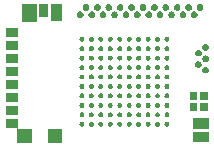
<source format=gbr>
G04 #@! TF.GenerationSoftware,KiCad,Pcbnew,(5.1.0)-1*
G04 #@! TF.CreationDate,2019-09-19T19:12:12-07:00*
G04 #@! TF.ProjectId,WireFreeV4_Release,57697265-4672-4656-9556-345f52656c65,rev?*
G04 #@! TF.SameCoordinates,Original*
G04 #@! TF.FileFunction,Soldermask,Top*
G04 #@! TF.FilePolarity,Negative*
%FSLAX46Y46*%
G04 Gerber Fmt 4.6, Leading zero omitted, Abs format (unit mm)*
G04 Created by KiCad (PCBNEW (5.1.0)-1) date 2019-09-19 19:12:12*
%MOMM*%
%LPD*%
G04 APERTURE LIST*
%ADD10C,0.100000*%
G04 APERTURE END LIST*
D10*
G36*
X123200900Y-100521400D02*
G01*
X121950100Y-100521400D01*
X121950100Y-99320600D01*
X123200900Y-99320600D01*
X123200900Y-100521400D01*
X123200900Y-100521400D01*
G37*
G36*
X119460900Y-99269801D02*
G01*
X119461876Y-99279711D01*
X119464767Y-99289241D01*
X119469461Y-99298023D01*
X119475779Y-99305721D01*
X119483477Y-99312039D01*
X119492259Y-99316733D01*
X119501789Y-99319624D01*
X119511699Y-99320600D01*
X120610900Y-99320600D01*
X120610900Y-100521400D01*
X119360100Y-100521400D01*
X119360100Y-99272199D01*
X119359124Y-99262289D01*
X119356233Y-99252759D01*
X119351539Y-99243977D01*
X119345221Y-99236279D01*
X119337523Y-99229961D01*
X119328741Y-99225267D01*
X119319211Y-99222376D01*
X119309301Y-99221400D01*
X118410100Y-99221400D01*
X118410100Y-98470600D01*
X119460900Y-98470600D01*
X119460900Y-99269801D01*
X119460900Y-99269801D01*
G37*
G36*
X135613140Y-100459540D02*
G01*
X134241540Y-100459540D01*
X134241540Y-99595940D01*
X135613140Y-99595940D01*
X135613140Y-100459540D01*
X135613140Y-100459540D01*
G37*
G36*
X135613140Y-99316540D02*
G01*
X134241540Y-99316540D01*
X134241540Y-98452940D01*
X135613140Y-98452940D01*
X135613140Y-99316540D01*
X135613140Y-99316540D01*
G37*
G36*
X132125771Y-98735906D02*
G01*
X132125772Y-98735906D01*
X132125775Y-98735907D01*
X132164060Y-98751764D01*
X132198524Y-98774792D01*
X132227828Y-98804096D01*
X132250856Y-98838560D01*
X132266713Y-98876845D01*
X132274800Y-98917498D01*
X132274800Y-98958942D01*
X132266713Y-98999595D01*
X132250856Y-99037880D01*
X132227828Y-99072344D01*
X132198524Y-99101648D01*
X132164060Y-99124676D01*
X132125775Y-99140533D01*
X132125772Y-99140534D01*
X132125771Y-99140534D01*
X132085123Y-99148620D01*
X132043677Y-99148620D01*
X132003029Y-99140534D01*
X132003028Y-99140534D01*
X132003025Y-99140533D01*
X131964740Y-99124676D01*
X131930276Y-99101648D01*
X131900972Y-99072344D01*
X131877944Y-99037880D01*
X131862087Y-98999595D01*
X131854000Y-98958942D01*
X131854000Y-98917498D01*
X131862087Y-98876845D01*
X131877944Y-98838560D01*
X131900972Y-98804096D01*
X131930276Y-98774792D01*
X131964740Y-98751764D01*
X132003025Y-98735907D01*
X132003028Y-98735906D01*
X132003029Y-98735906D01*
X132043677Y-98727820D01*
X132085123Y-98727820D01*
X132125771Y-98735906D01*
X132125771Y-98735906D01*
G37*
G36*
X130525771Y-98735906D02*
G01*
X130525772Y-98735906D01*
X130525775Y-98735907D01*
X130564060Y-98751764D01*
X130598524Y-98774792D01*
X130627828Y-98804096D01*
X130650856Y-98838560D01*
X130666713Y-98876845D01*
X130674800Y-98917498D01*
X130674800Y-98958942D01*
X130666713Y-98999595D01*
X130650856Y-99037880D01*
X130627828Y-99072344D01*
X130598524Y-99101648D01*
X130564060Y-99124676D01*
X130525775Y-99140533D01*
X130525772Y-99140534D01*
X130525771Y-99140534D01*
X130485123Y-99148620D01*
X130443677Y-99148620D01*
X130403029Y-99140534D01*
X130403028Y-99140534D01*
X130403025Y-99140533D01*
X130364740Y-99124676D01*
X130330276Y-99101648D01*
X130300972Y-99072344D01*
X130277944Y-99037880D01*
X130262087Y-98999595D01*
X130254000Y-98958942D01*
X130254000Y-98917498D01*
X130262087Y-98876845D01*
X130277944Y-98838560D01*
X130300972Y-98804096D01*
X130330276Y-98774792D01*
X130364740Y-98751764D01*
X130403025Y-98735907D01*
X130403028Y-98735906D01*
X130403029Y-98735906D01*
X130443677Y-98727820D01*
X130485123Y-98727820D01*
X130525771Y-98735906D01*
X130525771Y-98735906D01*
G37*
G36*
X129725771Y-98735906D02*
G01*
X129725772Y-98735906D01*
X129725775Y-98735907D01*
X129764060Y-98751764D01*
X129798524Y-98774792D01*
X129827828Y-98804096D01*
X129850856Y-98838560D01*
X129866713Y-98876845D01*
X129874800Y-98917498D01*
X129874800Y-98958942D01*
X129866713Y-98999595D01*
X129850856Y-99037880D01*
X129827828Y-99072344D01*
X129798524Y-99101648D01*
X129764060Y-99124676D01*
X129725775Y-99140533D01*
X129725772Y-99140534D01*
X129725771Y-99140534D01*
X129685123Y-99148620D01*
X129643677Y-99148620D01*
X129603029Y-99140534D01*
X129603028Y-99140534D01*
X129603025Y-99140533D01*
X129564740Y-99124676D01*
X129530276Y-99101648D01*
X129500972Y-99072344D01*
X129477944Y-99037880D01*
X129462087Y-98999595D01*
X129454000Y-98958942D01*
X129454000Y-98917498D01*
X129462087Y-98876845D01*
X129477944Y-98838560D01*
X129500972Y-98804096D01*
X129530276Y-98774792D01*
X129564740Y-98751764D01*
X129603025Y-98735907D01*
X129603028Y-98735906D01*
X129603029Y-98735906D01*
X129643677Y-98727820D01*
X129685123Y-98727820D01*
X129725771Y-98735906D01*
X129725771Y-98735906D01*
G37*
G36*
X128925771Y-98735906D02*
G01*
X128925772Y-98735906D01*
X128925775Y-98735907D01*
X128964060Y-98751764D01*
X128998524Y-98774792D01*
X129027828Y-98804096D01*
X129050856Y-98838560D01*
X129066713Y-98876845D01*
X129074800Y-98917498D01*
X129074800Y-98958942D01*
X129066713Y-98999595D01*
X129050856Y-99037880D01*
X129027828Y-99072344D01*
X128998524Y-99101648D01*
X128964060Y-99124676D01*
X128925775Y-99140533D01*
X128925772Y-99140534D01*
X128925771Y-99140534D01*
X128885123Y-99148620D01*
X128843677Y-99148620D01*
X128803029Y-99140534D01*
X128803028Y-99140534D01*
X128803025Y-99140533D01*
X128764740Y-99124676D01*
X128730276Y-99101648D01*
X128700972Y-99072344D01*
X128677944Y-99037880D01*
X128662087Y-98999595D01*
X128654000Y-98958942D01*
X128654000Y-98917498D01*
X128662087Y-98876845D01*
X128677944Y-98838560D01*
X128700972Y-98804096D01*
X128730276Y-98774792D01*
X128764740Y-98751764D01*
X128803025Y-98735907D01*
X128803028Y-98735906D01*
X128803029Y-98735906D01*
X128843677Y-98727820D01*
X128885123Y-98727820D01*
X128925771Y-98735906D01*
X128925771Y-98735906D01*
G37*
G36*
X128125771Y-98735906D02*
G01*
X128125772Y-98735906D01*
X128125775Y-98735907D01*
X128164060Y-98751764D01*
X128198524Y-98774792D01*
X128227828Y-98804096D01*
X128250856Y-98838560D01*
X128266713Y-98876845D01*
X128274800Y-98917498D01*
X128274800Y-98958942D01*
X128266713Y-98999595D01*
X128250856Y-99037880D01*
X128227828Y-99072344D01*
X128198524Y-99101648D01*
X128164060Y-99124676D01*
X128125775Y-99140533D01*
X128125772Y-99140534D01*
X128125771Y-99140534D01*
X128085123Y-99148620D01*
X128043677Y-99148620D01*
X128003029Y-99140534D01*
X128003028Y-99140534D01*
X128003025Y-99140533D01*
X127964740Y-99124676D01*
X127930276Y-99101648D01*
X127900972Y-99072344D01*
X127877944Y-99037880D01*
X127862087Y-98999595D01*
X127854000Y-98958942D01*
X127854000Y-98917498D01*
X127862087Y-98876845D01*
X127877944Y-98838560D01*
X127900972Y-98804096D01*
X127930276Y-98774792D01*
X127964740Y-98751764D01*
X128003025Y-98735907D01*
X128003028Y-98735906D01*
X128003029Y-98735906D01*
X128043677Y-98727820D01*
X128085123Y-98727820D01*
X128125771Y-98735906D01*
X128125771Y-98735906D01*
G37*
G36*
X127325771Y-98735906D02*
G01*
X127325772Y-98735906D01*
X127325775Y-98735907D01*
X127364060Y-98751764D01*
X127398524Y-98774792D01*
X127427828Y-98804096D01*
X127450856Y-98838560D01*
X127466713Y-98876845D01*
X127474800Y-98917498D01*
X127474800Y-98958942D01*
X127466713Y-98999595D01*
X127450856Y-99037880D01*
X127427828Y-99072344D01*
X127398524Y-99101648D01*
X127364060Y-99124676D01*
X127325775Y-99140533D01*
X127325772Y-99140534D01*
X127325771Y-99140534D01*
X127285123Y-99148620D01*
X127243677Y-99148620D01*
X127203029Y-99140534D01*
X127203028Y-99140534D01*
X127203025Y-99140533D01*
X127164740Y-99124676D01*
X127130276Y-99101648D01*
X127100972Y-99072344D01*
X127077944Y-99037880D01*
X127062087Y-98999595D01*
X127054000Y-98958942D01*
X127054000Y-98917498D01*
X127062087Y-98876845D01*
X127077944Y-98838560D01*
X127100972Y-98804096D01*
X127130276Y-98774792D01*
X127164740Y-98751764D01*
X127203025Y-98735907D01*
X127203028Y-98735906D01*
X127203029Y-98735906D01*
X127243677Y-98727820D01*
X127285123Y-98727820D01*
X127325771Y-98735906D01*
X127325771Y-98735906D01*
G37*
G36*
X126525771Y-98735906D02*
G01*
X126525772Y-98735906D01*
X126525775Y-98735907D01*
X126564060Y-98751764D01*
X126598524Y-98774792D01*
X126627828Y-98804096D01*
X126650856Y-98838560D01*
X126666713Y-98876845D01*
X126674800Y-98917498D01*
X126674800Y-98958942D01*
X126666713Y-98999595D01*
X126650856Y-99037880D01*
X126627828Y-99072344D01*
X126598524Y-99101648D01*
X126564060Y-99124676D01*
X126525775Y-99140533D01*
X126525772Y-99140534D01*
X126525771Y-99140534D01*
X126485123Y-99148620D01*
X126443677Y-99148620D01*
X126403029Y-99140534D01*
X126403028Y-99140534D01*
X126403025Y-99140533D01*
X126364740Y-99124676D01*
X126330276Y-99101648D01*
X126300972Y-99072344D01*
X126277944Y-99037880D01*
X126262087Y-98999595D01*
X126254000Y-98958942D01*
X126254000Y-98917498D01*
X126262087Y-98876845D01*
X126277944Y-98838560D01*
X126300972Y-98804096D01*
X126330276Y-98774792D01*
X126364740Y-98751764D01*
X126403025Y-98735907D01*
X126403028Y-98735906D01*
X126403029Y-98735906D01*
X126443677Y-98727820D01*
X126485123Y-98727820D01*
X126525771Y-98735906D01*
X126525771Y-98735906D01*
G37*
G36*
X125725771Y-98735906D02*
G01*
X125725772Y-98735906D01*
X125725775Y-98735907D01*
X125764060Y-98751764D01*
X125798524Y-98774792D01*
X125827828Y-98804096D01*
X125850856Y-98838560D01*
X125866713Y-98876845D01*
X125874800Y-98917498D01*
X125874800Y-98958942D01*
X125866713Y-98999595D01*
X125850856Y-99037880D01*
X125827828Y-99072344D01*
X125798524Y-99101648D01*
X125764060Y-99124676D01*
X125725775Y-99140533D01*
X125725772Y-99140534D01*
X125725771Y-99140534D01*
X125685123Y-99148620D01*
X125643677Y-99148620D01*
X125603029Y-99140534D01*
X125603028Y-99140534D01*
X125603025Y-99140533D01*
X125564740Y-99124676D01*
X125530276Y-99101648D01*
X125500972Y-99072344D01*
X125477944Y-99037880D01*
X125462087Y-98999595D01*
X125454000Y-98958942D01*
X125454000Y-98917498D01*
X125462087Y-98876845D01*
X125477944Y-98838560D01*
X125500972Y-98804096D01*
X125530276Y-98774792D01*
X125564740Y-98751764D01*
X125603025Y-98735907D01*
X125603028Y-98735906D01*
X125603029Y-98735906D01*
X125643677Y-98727820D01*
X125685123Y-98727820D01*
X125725771Y-98735906D01*
X125725771Y-98735906D01*
G37*
G36*
X124925771Y-98735906D02*
G01*
X124925772Y-98735906D01*
X124925775Y-98735907D01*
X124964060Y-98751764D01*
X124998524Y-98774792D01*
X125027828Y-98804096D01*
X125050856Y-98838560D01*
X125066713Y-98876845D01*
X125074800Y-98917498D01*
X125074800Y-98958942D01*
X125066713Y-98999595D01*
X125050856Y-99037880D01*
X125027828Y-99072344D01*
X124998524Y-99101648D01*
X124964060Y-99124676D01*
X124925775Y-99140533D01*
X124925772Y-99140534D01*
X124925771Y-99140534D01*
X124885123Y-99148620D01*
X124843677Y-99148620D01*
X124803029Y-99140534D01*
X124803028Y-99140534D01*
X124803025Y-99140533D01*
X124764740Y-99124676D01*
X124730276Y-99101648D01*
X124700972Y-99072344D01*
X124677944Y-99037880D01*
X124662087Y-98999595D01*
X124654000Y-98958942D01*
X124654000Y-98917498D01*
X124662087Y-98876845D01*
X124677944Y-98838560D01*
X124700972Y-98804096D01*
X124730276Y-98774792D01*
X124764740Y-98751764D01*
X124803025Y-98735907D01*
X124803028Y-98735906D01*
X124803029Y-98735906D01*
X124843677Y-98727820D01*
X124885123Y-98727820D01*
X124925771Y-98735906D01*
X124925771Y-98735906D01*
G37*
G36*
X131325771Y-98735906D02*
G01*
X131325772Y-98735906D01*
X131325775Y-98735907D01*
X131364060Y-98751764D01*
X131398524Y-98774792D01*
X131427828Y-98804096D01*
X131450856Y-98838560D01*
X131466713Y-98876845D01*
X131474800Y-98917498D01*
X131474800Y-98958942D01*
X131466713Y-98999595D01*
X131450856Y-99037880D01*
X131427828Y-99072344D01*
X131398524Y-99101648D01*
X131364060Y-99124676D01*
X131325775Y-99140533D01*
X131325772Y-99140534D01*
X131325771Y-99140534D01*
X131285123Y-99148620D01*
X131243677Y-99148620D01*
X131203029Y-99140534D01*
X131203028Y-99140534D01*
X131203025Y-99140533D01*
X131164740Y-99124676D01*
X131130276Y-99101648D01*
X131100972Y-99072344D01*
X131077944Y-99037880D01*
X131062087Y-98999595D01*
X131054000Y-98958942D01*
X131054000Y-98917498D01*
X131062087Y-98876845D01*
X131077944Y-98838560D01*
X131100972Y-98804096D01*
X131130276Y-98774792D01*
X131164740Y-98751764D01*
X131203025Y-98735907D01*
X131203028Y-98735906D01*
X131203029Y-98735906D01*
X131243677Y-98727820D01*
X131285123Y-98727820D01*
X131325771Y-98735906D01*
X131325771Y-98735906D01*
G37*
G36*
X132125771Y-97935906D02*
G01*
X132125772Y-97935906D01*
X132125775Y-97935907D01*
X132164060Y-97951764D01*
X132198524Y-97974792D01*
X132227828Y-98004096D01*
X132250856Y-98038560D01*
X132266713Y-98076845D01*
X132274800Y-98117498D01*
X132274800Y-98158942D01*
X132266713Y-98199595D01*
X132250856Y-98237880D01*
X132227828Y-98272344D01*
X132198524Y-98301648D01*
X132164060Y-98324676D01*
X132125775Y-98340533D01*
X132125772Y-98340534D01*
X132125771Y-98340534D01*
X132085123Y-98348620D01*
X132043677Y-98348620D01*
X132003029Y-98340534D01*
X132003028Y-98340534D01*
X132003025Y-98340533D01*
X131964740Y-98324676D01*
X131930276Y-98301648D01*
X131900972Y-98272344D01*
X131877944Y-98237880D01*
X131862087Y-98199595D01*
X131854000Y-98158942D01*
X131854000Y-98117498D01*
X131862087Y-98076845D01*
X131877944Y-98038560D01*
X131900972Y-98004096D01*
X131930276Y-97974792D01*
X131964740Y-97951764D01*
X132003025Y-97935907D01*
X132003028Y-97935906D01*
X132003029Y-97935906D01*
X132043677Y-97927820D01*
X132085123Y-97927820D01*
X132125771Y-97935906D01*
X132125771Y-97935906D01*
G37*
G36*
X125725771Y-97935906D02*
G01*
X125725772Y-97935906D01*
X125725775Y-97935907D01*
X125764060Y-97951764D01*
X125798524Y-97974792D01*
X125827828Y-98004096D01*
X125850856Y-98038560D01*
X125866713Y-98076845D01*
X125874800Y-98117498D01*
X125874800Y-98158942D01*
X125866713Y-98199595D01*
X125850856Y-98237880D01*
X125827828Y-98272344D01*
X125798524Y-98301648D01*
X125764060Y-98324676D01*
X125725775Y-98340533D01*
X125725772Y-98340534D01*
X125725771Y-98340534D01*
X125685123Y-98348620D01*
X125643677Y-98348620D01*
X125603029Y-98340534D01*
X125603028Y-98340534D01*
X125603025Y-98340533D01*
X125564740Y-98324676D01*
X125530276Y-98301648D01*
X125500972Y-98272344D01*
X125477944Y-98237880D01*
X125462087Y-98199595D01*
X125454000Y-98158942D01*
X125454000Y-98117498D01*
X125462087Y-98076845D01*
X125477944Y-98038560D01*
X125500972Y-98004096D01*
X125530276Y-97974792D01*
X125564740Y-97951764D01*
X125603025Y-97935907D01*
X125603028Y-97935906D01*
X125603029Y-97935906D01*
X125643677Y-97927820D01*
X125685123Y-97927820D01*
X125725771Y-97935906D01*
X125725771Y-97935906D01*
G37*
G36*
X124925771Y-97935906D02*
G01*
X124925772Y-97935906D01*
X124925775Y-97935907D01*
X124964060Y-97951764D01*
X124998524Y-97974792D01*
X125027828Y-98004096D01*
X125050856Y-98038560D01*
X125066713Y-98076845D01*
X125074800Y-98117498D01*
X125074800Y-98158942D01*
X125066713Y-98199595D01*
X125050856Y-98237880D01*
X125027828Y-98272344D01*
X124998524Y-98301648D01*
X124964060Y-98324676D01*
X124925775Y-98340533D01*
X124925772Y-98340534D01*
X124925771Y-98340534D01*
X124885123Y-98348620D01*
X124843677Y-98348620D01*
X124803029Y-98340534D01*
X124803028Y-98340534D01*
X124803025Y-98340533D01*
X124764740Y-98324676D01*
X124730276Y-98301648D01*
X124700972Y-98272344D01*
X124677944Y-98237880D01*
X124662087Y-98199595D01*
X124654000Y-98158942D01*
X124654000Y-98117498D01*
X124662087Y-98076845D01*
X124677944Y-98038560D01*
X124700972Y-98004096D01*
X124730276Y-97974792D01*
X124764740Y-97951764D01*
X124803025Y-97935907D01*
X124803028Y-97935906D01*
X124803029Y-97935906D01*
X124843677Y-97927820D01*
X124885123Y-97927820D01*
X124925771Y-97935906D01*
X124925771Y-97935906D01*
G37*
G36*
X131325771Y-97935906D02*
G01*
X131325772Y-97935906D01*
X131325775Y-97935907D01*
X131364060Y-97951764D01*
X131398524Y-97974792D01*
X131427828Y-98004096D01*
X131450856Y-98038560D01*
X131466713Y-98076845D01*
X131474800Y-98117498D01*
X131474800Y-98158942D01*
X131466713Y-98199595D01*
X131450856Y-98237880D01*
X131427828Y-98272344D01*
X131398524Y-98301648D01*
X131364060Y-98324676D01*
X131325775Y-98340533D01*
X131325772Y-98340534D01*
X131325771Y-98340534D01*
X131285123Y-98348620D01*
X131243677Y-98348620D01*
X131203029Y-98340534D01*
X131203028Y-98340534D01*
X131203025Y-98340533D01*
X131164740Y-98324676D01*
X131130276Y-98301648D01*
X131100972Y-98272344D01*
X131077944Y-98237880D01*
X131062087Y-98199595D01*
X131054000Y-98158942D01*
X131054000Y-98117498D01*
X131062087Y-98076845D01*
X131077944Y-98038560D01*
X131100972Y-98004096D01*
X131130276Y-97974792D01*
X131164740Y-97951764D01*
X131203025Y-97935907D01*
X131203028Y-97935906D01*
X131203029Y-97935906D01*
X131243677Y-97927820D01*
X131285123Y-97927820D01*
X131325771Y-97935906D01*
X131325771Y-97935906D01*
G37*
G36*
X130525771Y-97935906D02*
G01*
X130525772Y-97935906D01*
X130525775Y-97935907D01*
X130564060Y-97951764D01*
X130598524Y-97974792D01*
X130627828Y-98004096D01*
X130650856Y-98038560D01*
X130666713Y-98076845D01*
X130674800Y-98117498D01*
X130674800Y-98158942D01*
X130666713Y-98199595D01*
X130650856Y-98237880D01*
X130627828Y-98272344D01*
X130598524Y-98301648D01*
X130564060Y-98324676D01*
X130525775Y-98340533D01*
X130525772Y-98340534D01*
X130525771Y-98340534D01*
X130485123Y-98348620D01*
X130443677Y-98348620D01*
X130403029Y-98340534D01*
X130403028Y-98340534D01*
X130403025Y-98340533D01*
X130364740Y-98324676D01*
X130330276Y-98301648D01*
X130300972Y-98272344D01*
X130277944Y-98237880D01*
X130262087Y-98199595D01*
X130254000Y-98158942D01*
X130254000Y-98117498D01*
X130262087Y-98076845D01*
X130277944Y-98038560D01*
X130300972Y-98004096D01*
X130330276Y-97974792D01*
X130364740Y-97951764D01*
X130403025Y-97935907D01*
X130403028Y-97935906D01*
X130403029Y-97935906D01*
X130443677Y-97927820D01*
X130485123Y-97927820D01*
X130525771Y-97935906D01*
X130525771Y-97935906D01*
G37*
G36*
X128925771Y-97935906D02*
G01*
X128925772Y-97935906D01*
X128925775Y-97935907D01*
X128964060Y-97951764D01*
X128998524Y-97974792D01*
X129027828Y-98004096D01*
X129050856Y-98038560D01*
X129066713Y-98076845D01*
X129074800Y-98117498D01*
X129074800Y-98158942D01*
X129066713Y-98199595D01*
X129050856Y-98237880D01*
X129027828Y-98272344D01*
X128998524Y-98301648D01*
X128964060Y-98324676D01*
X128925775Y-98340533D01*
X128925772Y-98340534D01*
X128925771Y-98340534D01*
X128885123Y-98348620D01*
X128843677Y-98348620D01*
X128803029Y-98340534D01*
X128803028Y-98340534D01*
X128803025Y-98340533D01*
X128764740Y-98324676D01*
X128730276Y-98301648D01*
X128700972Y-98272344D01*
X128677944Y-98237880D01*
X128662087Y-98199595D01*
X128654000Y-98158942D01*
X128654000Y-98117498D01*
X128662087Y-98076845D01*
X128677944Y-98038560D01*
X128700972Y-98004096D01*
X128730276Y-97974792D01*
X128764740Y-97951764D01*
X128803025Y-97935907D01*
X128803028Y-97935906D01*
X128803029Y-97935906D01*
X128843677Y-97927820D01*
X128885123Y-97927820D01*
X128925771Y-97935906D01*
X128925771Y-97935906D01*
G37*
G36*
X127325771Y-97935906D02*
G01*
X127325772Y-97935906D01*
X127325775Y-97935907D01*
X127364060Y-97951764D01*
X127398524Y-97974792D01*
X127427828Y-98004096D01*
X127450856Y-98038560D01*
X127466713Y-98076845D01*
X127474800Y-98117498D01*
X127474800Y-98158942D01*
X127466713Y-98199595D01*
X127450856Y-98237880D01*
X127427828Y-98272344D01*
X127398524Y-98301648D01*
X127364060Y-98324676D01*
X127325775Y-98340533D01*
X127325772Y-98340534D01*
X127325771Y-98340534D01*
X127285123Y-98348620D01*
X127243677Y-98348620D01*
X127203029Y-98340534D01*
X127203028Y-98340534D01*
X127203025Y-98340533D01*
X127164740Y-98324676D01*
X127130276Y-98301648D01*
X127100972Y-98272344D01*
X127077944Y-98237880D01*
X127062087Y-98199595D01*
X127054000Y-98158942D01*
X127054000Y-98117498D01*
X127062087Y-98076845D01*
X127077944Y-98038560D01*
X127100972Y-98004096D01*
X127130276Y-97974792D01*
X127164740Y-97951764D01*
X127203025Y-97935907D01*
X127203028Y-97935906D01*
X127203029Y-97935906D01*
X127243677Y-97927820D01*
X127285123Y-97927820D01*
X127325771Y-97935906D01*
X127325771Y-97935906D01*
G37*
G36*
X126525771Y-97935906D02*
G01*
X126525772Y-97935906D01*
X126525775Y-97935907D01*
X126564060Y-97951764D01*
X126598524Y-97974792D01*
X126627828Y-98004096D01*
X126650856Y-98038560D01*
X126666713Y-98076845D01*
X126674800Y-98117498D01*
X126674800Y-98158942D01*
X126666713Y-98199595D01*
X126650856Y-98237880D01*
X126627828Y-98272344D01*
X126598524Y-98301648D01*
X126564060Y-98324676D01*
X126525775Y-98340533D01*
X126525772Y-98340534D01*
X126525771Y-98340534D01*
X126485123Y-98348620D01*
X126443677Y-98348620D01*
X126403029Y-98340534D01*
X126403028Y-98340534D01*
X126403025Y-98340533D01*
X126364740Y-98324676D01*
X126330276Y-98301648D01*
X126300972Y-98272344D01*
X126277944Y-98237880D01*
X126262087Y-98199595D01*
X126254000Y-98158942D01*
X126254000Y-98117498D01*
X126262087Y-98076845D01*
X126277944Y-98038560D01*
X126300972Y-98004096D01*
X126330276Y-97974792D01*
X126364740Y-97951764D01*
X126403025Y-97935907D01*
X126403028Y-97935906D01*
X126403029Y-97935906D01*
X126443677Y-97927820D01*
X126485123Y-97927820D01*
X126525771Y-97935906D01*
X126525771Y-97935906D01*
G37*
G36*
X128125771Y-97935906D02*
G01*
X128125772Y-97935906D01*
X128125775Y-97935907D01*
X128164060Y-97951764D01*
X128198524Y-97974792D01*
X128227828Y-98004096D01*
X128250856Y-98038560D01*
X128266713Y-98076845D01*
X128274800Y-98117498D01*
X128274800Y-98158942D01*
X128266713Y-98199595D01*
X128250856Y-98237880D01*
X128227828Y-98272344D01*
X128198524Y-98301648D01*
X128164060Y-98324676D01*
X128125775Y-98340533D01*
X128125772Y-98340534D01*
X128125771Y-98340534D01*
X128085123Y-98348620D01*
X128043677Y-98348620D01*
X128003029Y-98340534D01*
X128003028Y-98340534D01*
X128003025Y-98340533D01*
X127964740Y-98324676D01*
X127930276Y-98301648D01*
X127900972Y-98272344D01*
X127877944Y-98237880D01*
X127862087Y-98199595D01*
X127854000Y-98158942D01*
X127854000Y-98117498D01*
X127862087Y-98076845D01*
X127877944Y-98038560D01*
X127900972Y-98004096D01*
X127930276Y-97974792D01*
X127964740Y-97951764D01*
X128003025Y-97935907D01*
X128003028Y-97935906D01*
X128003029Y-97935906D01*
X128043677Y-97927820D01*
X128085123Y-97927820D01*
X128125771Y-97935906D01*
X128125771Y-97935906D01*
G37*
G36*
X129725771Y-97935906D02*
G01*
X129725772Y-97935906D01*
X129725775Y-97935907D01*
X129764060Y-97951764D01*
X129798524Y-97974792D01*
X129827828Y-98004096D01*
X129850856Y-98038560D01*
X129866713Y-98076845D01*
X129874800Y-98117498D01*
X129874800Y-98158942D01*
X129866713Y-98199595D01*
X129850856Y-98237880D01*
X129827828Y-98272344D01*
X129798524Y-98301648D01*
X129764060Y-98324676D01*
X129725775Y-98340533D01*
X129725772Y-98340534D01*
X129725771Y-98340534D01*
X129685123Y-98348620D01*
X129643677Y-98348620D01*
X129603029Y-98340534D01*
X129603028Y-98340534D01*
X129603025Y-98340533D01*
X129564740Y-98324676D01*
X129530276Y-98301648D01*
X129500972Y-98272344D01*
X129477944Y-98237880D01*
X129462087Y-98199595D01*
X129454000Y-98158942D01*
X129454000Y-98117498D01*
X129462087Y-98076845D01*
X129477944Y-98038560D01*
X129500972Y-98004096D01*
X129530276Y-97974792D01*
X129564740Y-97951764D01*
X129603025Y-97935907D01*
X129603028Y-97935906D01*
X129603029Y-97935906D01*
X129643677Y-97927820D01*
X129685123Y-97927820D01*
X129725771Y-97935906D01*
X129725771Y-97935906D01*
G37*
G36*
X119460900Y-98121400D02*
G01*
X118410100Y-98121400D01*
X118410100Y-97370600D01*
X119460900Y-97370600D01*
X119460900Y-98121400D01*
X119460900Y-98121400D01*
G37*
G36*
X134640260Y-97828140D02*
G01*
X134009460Y-97828140D01*
X134009460Y-97147340D01*
X134640260Y-97147340D01*
X134640260Y-97828140D01*
X134640260Y-97828140D01*
G37*
G36*
X135530260Y-97828140D02*
G01*
X134899460Y-97828140D01*
X134899460Y-97147340D01*
X135530260Y-97147340D01*
X135530260Y-97828140D01*
X135530260Y-97828140D01*
G37*
G36*
X126525771Y-97135906D02*
G01*
X126525772Y-97135906D01*
X126525775Y-97135907D01*
X126564060Y-97151764D01*
X126598524Y-97174792D01*
X126627828Y-97204096D01*
X126650856Y-97238560D01*
X126666713Y-97276845D01*
X126674800Y-97317498D01*
X126674800Y-97358942D01*
X126666713Y-97399595D01*
X126650856Y-97437880D01*
X126627828Y-97472344D01*
X126598524Y-97501648D01*
X126564060Y-97524676D01*
X126525775Y-97540533D01*
X126525772Y-97540534D01*
X126525771Y-97540534D01*
X126485123Y-97548620D01*
X126443677Y-97548620D01*
X126403029Y-97540534D01*
X126403028Y-97540534D01*
X126403025Y-97540533D01*
X126364740Y-97524676D01*
X126330276Y-97501648D01*
X126300972Y-97472344D01*
X126277944Y-97437880D01*
X126262087Y-97399595D01*
X126254000Y-97358942D01*
X126254000Y-97317498D01*
X126262087Y-97276845D01*
X126277944Y-97238560D01*
X126300972Y-97204096D01*
X126330276Y-97174792D01*
X126364740Y-97151764D01*
X126403025Y-97135907D01*
X126403028Y-97135906D01*
X126403029Y-97135906D01*
X126443677Y-97127820D01*
X126485123Y-97127820D01*
X126525771Y-97135906D01*
X126525771Y-97135906D01*
G37*
G36*
X124925771Y-97135906D02*
G01*
X124925772Y-97135906D01*
X124925775Y-97135907D01*
X124964060Y-97151764D01*
X124998524Y-97174792D01*
X125027828Y-97204096D01*
X125050856Y-97238560D01*
X125066713Y-97276845D01*
X125074800Y-97317498D01*
X125074800Y-97358942D01*
X125066713Y-97399595D01*
X125050856Y-97437880D01*
X125027828Y-97472344D01*
X124998524Y-97501648D01*
X124964060Y-97524676D01*
X124925775Y-97540533D01*
X124925772Y-97540534D01*
X124925771Y-97540534D01*
X124885123Y-97548620D01*
X124843677Y-97548620D01*
X124803029Y-97540534D01*
X124803028Y-97540534D01*
X124803025Y-97540533D01*
X124764740Y-97524676D01*
X124730276Y-97501648D01*
X124700972Y-97472344D01*
X124677944Y-97437880D01*
X124662087Y-97399595D01*
X124654000Y-97358942D01*
X124654000Y-97317498D01*
X124662087Y-97276845D01*
X124677944Y-97238560D01*
X124700972Y-97204096D01*
X124730276Y-97174792D01*
X124764740Y-97151764D01*
X124803025Y-97135907D01*
X124803028Y-97135906D01*
X124803029Y-97135906D01*
X124843677Y-97127820D01*
X124885123Y-97127820D01*
X124925771Y-97135906D01*
X124925771Y-97135906D01*
G37*
G36*
X132125771Y-97135906D02*
G01*
X132125772Y-97135906D01*
X132125775Y-97135907D01*
X132164060Y-97151764D01*
X132198524Y-97174792D01*
X132227828Y-97204096D01*
X132250856Y-97238560D01*
X132266713Y-97276845D01*
X132274800Y-97317498D01*
X132274800Y-97358942D01*
X132266713Y-97399595D01*
X132250856Y-97437880D01*
X132227828Y-97472344D01*
X132198524Y-97501648D01*
X132164060Y-97524676D01*
X132125775Y-97540533D01*
X132125772Y-97540534D01*
X132125771Y-97540534D01*
X132085123Y-97548620D01*
X132043677Y-97548620D01*
X132003029Y-97540534D01*
X132003028Y-97540534D01*
X132003025Y-97540533D01*
X131964740Y-97524676D01*
X131930276Y-97501648D01*
X131900972Y-97472344D01*
X131877944Y-97437880D01*
X131862087Y-97399595D01*
X131854000Y-97358942D01*
X131854000Y-97317498D01*
X131862087Y-97276845D01*
X131877944Y-97238560D01*
X131900972Y-97204096D01*
X131930276Y-97174792D01*
X131964740Y-97151764D01*
X132003025Y-97135907D01*
X132003028Y-97135906D01*
X132003029Y-97135906D01*
X132043677Y-97127820D01*
X132085123Y-97127820D01*
X132125771Y-97135906D01*
X132125771Y-97135906D01*
G37*
G36*
X131325771Y-97135906D02*
G01*
X131325772Y-97135906D01*
X131325775Y-97135907D01*
X131364060Y-97151764D01*
X131398524Y-97174792D01*
X131427828Y-97204096D01*
X131450856Y-97238560D01*
X131466713Y-97276845D01*
X131474800Y-97317498D01*
X131474800Y-97358942D01*
X131466713Y-97399595D01*
X131450856Y-97437880D01*
X131427828Y-97472344D01*
X131398524Y-97501648D01*
X131364060Y-97524676D01*
X131325775Y-97540533D01*
X131325772Y-97540534D01*
X131325771Y-97540534D01*
X131285123Y-97548620D01*
X131243677Y-97548620D01*
X131203029Y-97540534D01*
X131203028Y-97540534D01*
X131203025Y-97540533D01*
X131164740Y-97524676D01*
X131130276Y-97501648D01*
X131100972Y-97472344D01*
X131077944Y-97437880D01*
X131062087Y-97399595D01*
X131054000Y-97358942D01*
X131054000Y-97317498D01*
X131062087Y-97276845D01*
X131077944Y-97238560D01*
X131100972Y-97204096D01*
X131130276Y-97174792D01*
X131164740Y-97151764D01*
X131203025Y-97135907D01*
X131203028Y-97135906D01*
X131203029Y-97135906D01*
X131243677Y-97127820D01*
X131285123Y-97127820D01*
X131325771Y-97135906D01*
X131325771Y-97135906D01*
G37*
G36*
X130525771Y-97135906D02*
G01*
X130525772Y-97135906D01*
X130525775Y-97135907D01*
X130564060Y-97151764D01*
X130598524Y-97174792D01*
X130627828Y-97204096D01*
X130650856Y-97238560D01*
X130666713Y-97276845D01*
X130674800Y-97317498D01*
X130674800Y-97358942D01*
X130666713Y-97399595D01*
X130650856Y-97437880D01*
X130627828Y-97472344D01*
X130598524Y-97501648D01*
X130564060Y-97524676D01*
X130525775Y-97540533D01*
X130525772Y-97540534D01*
X130525771Y-97540534D01*
X130485123Y-97548620D01*
X130443677Y-97548620D01*
X130403029Y-97540534D01*
X130403028Y-97540534D01*
X130403025Y-97540533D01*
X130364740Y-97524676D01*
X130330276Y-97501648D01*
X130300972Y-97472344D01*
X130277944Y-97437880D01*
X130262087Y-97399595D01*
X130254000Y-97358942D01*
X130254000Y-97317498D01*
X130262087Y-97276845D01*
X130277944Y-97238560D01*
X130300972Y-97204096D01*
X130330276Y-97174792D01*
X130364740Y-97151764D01*
X130403025Y-97135907D01*
X130403028Y-97135906D01*
X130403029Y-97135906D01*
X130443677Y-97127820D01*
X130485123Y-97127820D01*
X130525771Y-97135906D01*
X130525771Y-97135906D01*
G37*
G36*
X129725771Y-97135906D02*
G01*
X129725772Y-97135906D01*
X129725775Y-97135907D01*
X129764060Y-97151764D01*
X129798524Y-97174792D01*
X129827828Y-97204096D01*
X129850856Y-97238560D01*
X129866713Y-97276845D01*
X129874800Y-97317498D01*
X129874800Y-97358942D01*
X129866713Y-97399595D01*
X129850856Y-97437880D01*
X129827828Y-97472344D01*
X129798524Y-97501648D01*
X129764060Y-97524676D01*
X129725775Y-97540533D01*
X129725772Y-97540534D01*
X129725771Y-97540534D01*
X129685123Y-97548620D01*
X129643677Y-97548620D01*
X129603029Y-97540534D01*
X129603028Y-97540534D01*
X129603025Y-97540533D01*
X129564740Y-97524676D01*
X129530276Y-97501648D01*
X129500972Y-97472344D01*
X129477944Y-97437880D01*
X129462087Y-97399595D01*
X129454000Y-97358942D01*
X129454000Y-97317498D01*
X129462087Y-97276845D01*
X129477944Y-97238560D01*
X129500972Y-97204096D01*
X129530276Y-97174792D01*
X129564740Y-97151764D01*
X129603025Y-97135907D01*
X129603028Y-97135906D01*
X129603029Y-97135906D01*
X129643677Y-97127820D01*
X129685123Y-97127820D01*
X129725771Y-97135906D01*
X129725771Y-97135906D01*
G37*
G36*
X128925771Y-97135906D02*
G01*
X128925772Y-97135906D01*
X128925775Y-97135907D01*
X128964060Y-97151764D01*
X128998524Y-97174792D01*
X129027828Y-97204096D01*
X129050856Y-97238560D01*
X129066713Y-97276845D01*
X129074800Y-97317498D01*
X129074800Y-97358942D01*
X129066713Y-97399595D01*
X129050856Y-97437880D01*
X129027828Y-97472344D01*
X128998524Y-97501648D01*
X128964060Y-97524676D01*
X128925775Y-97540533D01*
X128925772Y-97540534D01*
X128925771Y-97540534D01*
X128885123Y-97548620D01*
X128843677Y-97548620D01*
X128803029Y-97540534D01*
X128803028Y-97540534D01*
X128803025Y-97540533D01*
X128764740Y-97524676D01*
X128730276Y-97501648D01*
X128700972Y-97472344D01*
X128677944Y-97437880D01*
X128662087Y-97399595D01*
X128654000Y-97358942D01*
X128654000Y-97317498D01*
X128662087Y-97276845D01*
X128677944Y-97238560D01*
X128700972Y-97204096D01*
X128730276Y-97174792D01*
X128764740Y-97151764D01*
X128803025Y-97135907D01*
X128803028Y-97135906D01*
X128803029Y-97135906D01*
X128843677Y-97127820D01*
X128885123Y-97127820D01*
X128925771Y-97135906D01*
X128925771Y-97135906D01*
G37*
G36*
X128125771Y-97135906D02*
G01*
X128125772Y-97135906D01*
X128125775Y-97135907D01*
X128164060Y-97151764D01*
X128198524Y-97174792D01*
X128227828Y-97204096D01*
X128250856Y-97238560D01*
X128266713Y-97276845D01*
X128274800Y-97317498D01*
X128274800Y-97358942D01*
X128266713Y-97399595D01*
X128250856Y-97437880D01*
X128227828Y-97472344D01*
X128198524Y-97501648D01*
X128164060Y-97524676D01*
X128125775Y-97540533D01*
X128125772Y-97540534D01*
X128125771Y-97540534D01*
X128085123Y-97548620D01*
X128043677Y-97548620D01*
X128003029Y-97540534D01*
X128003028Y-97540534D01*
X128003025Y-97540533D01*
X127964740Y-97524676D01*
X127930276Y-97501648D01*
X127900972Y-97472344D01*
X127877944Y-97437880D01*
X127862087Y-97399595D01*
X127854000Y-97358942D01*
X127854000Y-97317498D01*
X127862087Y-97276845D01*
X127877944Y-97238560D01*
X127900972Y-97204096D01*
X127930276Y-97174792D01*
X127964740Y-97151764D01*
X128003025Y-97135907D01*
X128003028Y-97135906D01*
X128003029Y-97135906D01*
X128043677Y-97127820D01*
X128085123Y-97127820D01*
X128125771Y-97135906D01*
X128125771Y-97135906D01*
G37*
G36*
X127325771Y-97135906D02*
G01*
X127325772Y-97135906D01*
X127325775Y-97135907D01*
X127364060Y-97151764D01*
X127398524Y-97174792D01*
X127427828Y-97204096D01*
X127450856Y-97238560D01*
X127466713Y-97276845D01*
X127474800Y-97317498D01*
X127474800Y-97358942D01*
X127466713Y-97399595D01*
X127450856Y-97437880D01*
X127427828Y-97472344D01*
X127398524Y-97501648D01*
X127364060Y-97524676D01*
X127325775Y-97540533D01*
X127325772Y-97540534D01*
X127325771Y-97540534D01*
X127285123Y-97548620D01*
X127243677Y-97548620D01*
X127203029Y-97540534D01*
X127203028Y-97540534D01*
X127203025Y-97540533D01*
X127164740Y-97524676D01*
X127130276Y-97501648D01*
X127100972Y-97472344D01*
X127077944Y-97437880D01*
X127062087Y-97399595D01*
X127054000Y-97358942D01*
X127054000Y-97317498D01*
X127062087Y-97276845D01*
X127077944Y-97238560D01*
X127100972Y-97204096D01*
X127130276Y-97174792D01*
X127164740Y-97151764D01*
X127203025Y-97135907D01*
X127203028Y-97135906D01*
X127203029Y-97135906D01*
X127243677Y-97127820D01*
X127285123Y-97127820D01*
X127325771Y-97135906D01*
X127325771Y-97135906D01*
G37*
G36*
X125725771Y-97135906D02*
G01*
X125725772Y-97135906D01*
X125725775Y-97135907D01*
X125764060Y-97151764D01*
X125798524Y-97174792D01*
X125827828Y-97204096D01*
X125850856Y-97238560D01*
X125866713Y-97276845D01*
X125874800Y-97317498D01*
X125874800Y-97358942D01*
X125866713Y-97399595D01*
X125850856Y-97437880D01*
X125827828Y-97472344D01*
X125798524Y-97501648D01*
X125764060Y-97524676D01*
X125725775Y-97540533D01*
X125725772Y-97540534D01*
X125725771Y-97540534D01*
X125685123Y-97548620D01*
X125643677Y-97548620D01*
X125603029Y-97540534D01*
X125603028Y-97540534D01*
X125603025Y-97540533D01*
X125564740Y-97524676D01*
X125530276Y-97501648D01*
X125500972Y-97472344D01*
X125477944Y-97437880D01*
X125462087Y-97399595D01*
X125454000Y-97358942D01*
X125454000Y-97317498D01*
X125462087Y-97276845D01*
X125477944Y-97238560D01*
X125500972Y-97204096D01*
X125530276Y-97174792D01*
X125564740Y-97151764D01*
X125603025Y-97135907D01*
X125603028Y-97135906D01*
X125603029Y-97135906D01*
X125643677Y-97127820D01*
X125685123Y-97127820D01*
X125725771Y-97135906D01*
X125725771Y-97135906D01*
G37*
G36*
X119460900Y-97021400D02*
G01*
X118410100Y-97021400D01*
X118410100Y-96270600D01*
X119460900Y-96270600D01*
X119460900Y-97021400D01*
X119460900Y-97021400D01*
G37*
G36*
X134640260Y-96903580D02*
G01*
X134009460Y-96903580D01*
X134009460Y-96222780D01*
X134640260Y-96222780D01*
X134640260Y-96903580D01*
X134640260Y-96903580D01*
G37*
G36*
X135530260Y-96903580D02*
G01*
X134899460Y-96903580D01*
X134899460Y-96222780D01*
X135530260Y-96222780D01*
X135530260Y-96903580D01*
X135530260Y-96903580D01*
G37*
G36*
X126525771Y-96335906D02*
G01*
X126525772Y-96335906D01*
X126525775Y-96335907D01*
X126564060Y-96351764D01*
X126598524Y-96374792D01*
X126627828Y-96404096D01*
X126650856Y-96438560D01*
X126666713Y-96476845D01*
X126674800Y-96517498D01*
X126674800Y-96558942D01*
X126666713Y-96599595D01*
X126650856Y-96637880D01*
X126627828Y-96672344D01*
X126598524Y-96701648D01*
X126564060Y-96724676D01*
X126525775Y-96740533D01*
X126525772Y-96740534D01*
X126525771Y-96740534D01*
X126485123Y-96748620D01*
X126443677Y-96748620D01*
X126403029Y-96740534D01*
X126403028Y-96740534D01*
X126403025Y-96740533D01*
X126364740Y-96724676D01*
X126330276Y-96701648D01*
X126300972Y-96672344D01*
X126277944Y-96637880D01*
X126262087Y-96599595D01*
X126254000Y-96558942D01*
X126254000Y-96517498D01*
X126262087Y-96476845D01*
X126277944Y-96438560D01*
X126300972Y-96404096D01*
X126330276Y-96374792D01*
X126364740Y-96351764D01*
X126403025Y-96335907D01*
X126403028Y-96335906D01*
X126403029Y-96335906D01*
X126443677Y-96327820D01*
X126485123Y-96327820D01*
X126525771Y-96335906D01*
X126525771Y-96335906D01*
G37*
G36*
X125725771Y-96335906D02*
G01*
X125725772Y-96335906D01*
X125725775Y-96335907D01*
X125764060Y-96351764D01*
X125798524Y-96374792D01*
X125827828Y-96404096D01*
X125850856Y-96438560D01*
X125866713Y-96476845D01*
X125874800Y-96517498D01*
X125874800Y-96558942D01*
X125866713Y-96599595D01*
X125850856Y-96637880D01*
X125827828Y-96672344D01*
X125798524Y-96701648D01*
X125764060Y-96724676D01*
X125725775Y-96740533D01*
X125725772Y-96740534D01*
X125725771Y-96740534D01*
X125685123Y-96748620D01*
X125643677Y-96748620D01*
X125603029Y-96740534D01*
X125603028Y-96740534D01*
X125603025Y-96740533D01*
X125564740Y-96724676D01*
X125530276Y-96701648D01*
X125500972Y-96672344D01*
X125477944Y-96637880D01*
X125462087Y-96599595D01*
X125454000Y-96558942D01*
X125454000Y-96517498D01*
X125462087Y-96476845D01*
X125477944Y-96438560D01*
X125500972Y-96404096D01*
X125530276Y-96374792D01*
X125564740Y-96351764D01*
X125603025Y-96335907D01*
X125603028Y-96335906D01*
X125603029Y-96335906D01*
X125643677Y-96327820D01*
X125685123Y-96327820D01*
X125725771Y-96335906D01*
X125725771Y-96335906D01*
G37*
G36*
X124925771Y-96335906D02*
G01*
X124925772Y-96335906D01*
X124925775Y-96335907D01*
X124964060Y-96351764D01*
X124998524Y-96374792D01*
X125027828Y-96404096D01*
X125050856Y-96438560D01*
X125066713Y-96476845D01*
X125074800Y-96517498D01*
X125074800Y-96558942D01*
X125066713Y-96599595D01*
X125050856Y-96637880D01*
X125027828Y-96672344D01*
X124998524Y-96701648D01*
X124964060Y-96724676D01*
X124925775Y-96740533D01*
X124925772Y-96740534D01*
X124925771Y-96740534D01*
X124885123Y-96748620D01*
X124843677Y-96748620D01*
X124803029Y-96740534D01*
X124803028Y-96740534D01*
X124803025Y-96740533D01*
X124764740Y-96724676D01*
X124730276Y-96701648D01*
X124700972Y-96672344D01*
X124677944Y-96637880D01*
X124662087Y-96599595D01*
X124654000Y-96558942D01*
X124654000Y-96517498D01*
X124662087Y-96476845D01*
X124677944Y-96438560D01*
X124700972Y-96404096D01*
X124730276Y-96374792D01*
X124764740Y-96351764D01*
X124803025Y-96335907D01*
X124803028Y-96335906D01*
X124803029Y-96335906D01*
X124843677Y-96327820D01*
X124885123Y-96327820D01*
X124925771Y-96335906D01*
X124925771Y-96335906D01*
G37*
G36*
X127325771Y-96335906D02*
G01*
X127325772Y-96335906D01*
X127325775Y-96335907D01*
X127364060Y-96351764D01*
X127398524Y-96374792D01*
X127427828Y-96404096D01*
X127450856Y-96438560D01*
X127466713Y-96476845D01*
X127474800Y-96517498D01*
X127474800Y-96558942D01*
X127466713Y-96599595D01*
X127450856Y-96637880D01*
X127427828Y-96672344D01*
X127398524Y-96701648D01*
X127364060Y-96724676D01*
X127325775Y-96740533D01*
X127325772Y-96740534D01*
X127325771Y-96740534D01*
X127285123Y-96748620D01*
X127243677Y-96748620D01*
X127203029Y-96740534D01*
X127203028Y-96740534D01*
X127203025Y-96740533D01*
X127164740Y-96724676D01*
X127130276Y-96701648D01*
X127100972Y-96672344D01*
X127077944Y-96637880D01*
X127062087Y-96599595D01*
X127054000Y-96558942D01*
X127054000Y-96517498D01*
X127062087Y-96476845D01*
X127077944Y-96438560D01*
X127100972Y-96404096D01*
X127130276Y-96374792D01*
X127164740Y-96351764D01*
X127203025Y-96335907D01*
X127203028Y-96335906D01*
X127203029Y-96335906D01*
X127243677Y-96327820D01*
X127285123Y-96327820D01*
X127325771Y-96335906D01*
X127325771Y-96335906D01*
G37*
G36*
X128125771Y-96335906D02*
G01*
X128125772Y-96335906D01*
X128125775Y-96335907D01*
X128164060Y-96351764D01*
X128198524Y-96374792D01*
X128227828Y-96404096D01*
X128250856Y-96438560D01*
X128266713Y-96476845D01*
X128274800Y-96517498D01*
X128274800Y-96558942D01*
X128266713Y-96599595D01*
X128250856Y-96637880D01*
X128227828Y-96672344D01*
X128198524Y-96701648D01*
X128164060Y-96724676D01*
X128125775Y-96740533D01*
X128125772Y-96740534D01*
X128125771Y-96740534D01*
X128085123Y-96748620D01*
X128043677Y-96748620D01*
X128003029Y-96740534D01*
X128003028Y-96740534D01*
X128003025Y-96740533D01*
X127964740Y-96724676D01*
X127930276Y-96701648D01*
X127900972Y-96672344D01*
X127877944Y-96637880D01*
X127862087Y-96599595D01*
X127854000Y-96558942D01*
X127854000Y-96517498D01*
X127862087Y-96476845D01*
X127877944Y-96438560D01*
X127900972Y-96404096D01*
X127930276Y-96374792D01*
X127964740Y-96351764D01*
X128003025Y-96335907D01*
X128003028Y-96335906D01*
X128003029Y-96335906D01*
X128043677Y-96327820D01*
X128085123Y-96327820D01*
X128125771Y-96335906D01*
X128125771Y-96335906D01*
G37*
G36*
X128925771Y-96335906D02*
G01*
X128925772Y-96335906D01*
X128925775Y-96335907D01*
X128964060Y-96351764D01*
X128998524Y-96374792D01*
X129027828Y-96404096D01*
X129050856Y-96438560D01*
X129066713Y-96476845D01*
X129074800Y-96517498D01*
X129074800Y-96558942D01*
X129066713Y-96599595D01*
X129050856Y-96637880D01*
X129027828Y-96672344D01*
X128998524Y-96701648D01*
X128964060Y-96724676D01*
X128925775Y-96740533D01*
X128925772Y-96740534D01*
X128925771Y-96740534D01*
X128885123Y-96748620D01*
X128843677Y-96748620D01*
X128803029Y-96740534D01*
X128803028Y-96740534D01*
X128803025Y-96740533D01*
X128764740Y-96724676D01*
X128730276Y-96701648D01*
X128700972Y-96672344D01*
X128677944Y-96637880D01*
X128662087Y-96599595D01*
X128654000Y-96558942D01*
X128654000Y-96517498D01*
X128662087Y-96476845D01*
X128677944Y-96438560D01*
X128700972Y-96404096D01*
X128730276Y-96374792D01*
X128764740Y-96351764D01*
X128803025Y-96335907D01*
X128803028Y-96335906D01*
X128803029Y-96335906D01*
X128843677Y-96327820D01*
X128885123Y-96327820D01*
X128925771Y-96335906D01*
X128925771Y-96335906D01*
G37*
G36*
X129725771Y-96335906D02*
G01*
X129725772Y-96335906D01*
X129725775Y-96335907D01*
X129764060Y-96351764D01*
X129798524Y-96374792D01*
X129827828Y-96404096D01*
X129850856Y-96438560D01*
X129866713Y-96476845D01*
X129874800Y-96517498D01*
X129874800Y-96558942D01*
X129866713Y-96599595D01*
X129850856Y-96637880D01*
X129827828Y-96672344D01*
X129798524Y-96701648D01*
X129764060Y-96724676D01*
X129725775Y-96740533D01*
X129725772Y-96740534D01*
X129725771Y-96740534D01*
X129685123Y-96748620D01*
X129643677Y-96748620D01*
X129603029Y-96740534D01*
X129603028Y-96740534D01*
X129603025Y-96740533D01*
X129564740Y-96724676D01*
X129530276Y-96701648D01*
X129500972Y-96672344D01*
X129477944Y-96637880D01*
X129462087Y-96599595D01*
X129454000Y-96558942D01*
X129454000Y-96517498D01*
X129462087Y-96476845D01*
X129477944Y-96438560D01*
X129500972Y-96404096D01*
X129530276Y-96374792D01*
X129564740Y-96351764D01*
X129603025Y-96335907D01*
X129603028Y-96335906D01*
X129603029Y-96335906D01*
X129643677Y-96327820D01*
X129685123Y-96327820D01*
X129725771Y-96335906D01*
X129725771Y-96335906D01*
G37*
G36*
X130525771Y-96335906D02*
G01*
X130525772Y-96335906D01*
X130525775Y-96335907D01*
X130564060Y-96351764D01*
X130598524Y-96374792D01*
X130627828Y-96404096D01*
X130650856Y-96438560D01*
X130666713Y-96476845D01*
X130674800Y-96517498D01*
X130674800Y-96558942D01*
X130666713Y-96599595D01*
X130650856Y-96637880D01*
X130627828Y-96672344D01*
X130598524Y-96701648D01*
X130564060Y-96724676D01*
X130525775Y-96740533D01*
X130525772Y-96740534D01*
X130525771Y-96740534D01*
X130485123Y-96748620D01*
X130443677Y-96748620D01*
X130403029Y-96740534D01*
X130403028Y-96740534D01*
X130403025Y-96740533D01*
X130364740Y-96724676D01*
X130330276Y-96701648D01*
X130300972Y-96672344D01*
X130277944Y-96637880D01*
X130262087Y-96599595D01*
X130254000Y-96558942D01*
X130254000Y-96517498D01*
X130262087Y-96476845D01*
X130277944Y-96438560D01*
X130300972Y-96404096D01*
X130330276Y-96374792D01*
X130364740Y-96351764D01*
X130403025Y-96335907D01*
X130403028Y-96335906D01*
X130403029Y-96335906D01*
X130443677Y-96327820D01*
X130485123Y-96327820D01*
X130525771Y-96335906D01*
X130525771Y-96335906D01*
G37*
G36*
X131325771Y-96335906D02*
G01*
X131325772Y-96335906D01*
X131325775Y-96335907D01*
X131364060Y-96351764D01*
X131398524Y-96374792D01*
X131427828Y-96404096D01*
X131450856Y-96438560D01*
X131466713Y-96476845D01*
X131474800Y-96517498D01*
X131474800Y-96558942D01*
X131466713Y-96599595D01*
X131450856Y-96637880D01*
X131427828Y-96672344D01*
X131398524Y-96701648D01*
X131364060Y-96724676D01*
X131325775Y-96740533D01*
X131325772Y-96740534D01*
X131325771Y-96740534D01*
X131285123Y-96748620D01*
X131243677Y-96748620D01*
X131203029Y-96740534D01*
X131203028Y-96740534D01*
X131203025Y-96740533D01*
X131164740Y-96724676D01*
X131130276Y-96701648D01*
X131100972Y-96672344D01*
X131077944Y-96637880D01*
X131062087Y-96599595D01*
X131054000Y-96558942D01*
X131054000Y-96517498D01*
X131062087Y-96476845D01*
X131077944Y-96438560D01*
X131100972Y-96404096D01*
X131130276Y-96374792D01*
X131164740Y-96351764D01*
X131203025Y-96335907D01*
X131203028Y-96335906D01*
X131203029Y-96335906D01*
X131243677Y-96327820D01*
X131285123Y-96327820D01*
X131325771Y-96335906D01*
X131325771Y-96335906D01*
G37*
G36*
X132125771Y-96335906D02*
G01*
X132125772Y-96335906D01*
X132125775Y-96335907D01*
X132164060Y-96351764D01*
X132198524Y-96374792D01*
X132227828Y-96404096D01*
X132250856Y-96438560D01*
X132266713Y-96476845D01*
X132274800Y-96517498D01*
X132274800Y-96558942D01*
X132266713Y-96599595D01*
X132250856Y-96637880D01*
X132227828Y-96672344D01*
X132198524Y-96701648D01*
X132164060Y-96724676D01*
X132125775Y-96740533D01*
X132125772Y-96740534D01*
X132125771Y-96740534D01*
X132085123Y-96748620D01*
X132043677Y-96748620D01*
X132003029Y-96740534D01*
X132003028Y-96740534D01*
X132003025Y-96740533D01*
X131964740Y-96724676D01*
X131930276Y-96701648D01*
X131900972Y-96672344D01*
X131877944Y-96637880D01*
X131862087Y-96599595D01*
X131854000Y-96558942D01*
X131854000Y-96517498D01*
X131862087Y-96476845D01*
X131877944Y-96438560D01*
X131900972Y-96404096D01*
X131930276Y-96374792D01*
X131964740Y-96351764D01*
X132003025Y-96335907D01*
X132003028Y-96335906D01*
X132003029Y-96335906D01*
X132043677Y-96327820D01*
X132085123Y-96327820D01*
X132125771Y-96335906D01*
X132125771Y-96335906D01*
G37*
G36*
X126525771Y-95535906D02*
G01*
X126525772Y-95535906D01*
X126525775Y-95535907D01*
X126564060Y-95551764D01*
X126598524Y-95574792D01*
X126627828Y-95604096D01*
X126650856Y-95638560D01*
X126666713Y-95676845D01*
X126674800Y-95717498D01*
X126674800Y-95758942D01*
X126666713Y-95799595D01*
X126650856Y-95837880D01*
X126627828Y-95872344D01*
X126598524Y-95901648D01*
X126564060Y-95924676D01*
X126525775Y-95940533D01*
X126525772Y-95940534D01*
X126525771Y-95940534D01*
X126485123Y-95948620D01*
X126443677Y-95948620D01*
X126403029Y-95940534D01*
X126403028Y-95940534D01*
X126403025Y-95940533D01*
X126364740Y-95924676D01*
X126330276Y-95901648D01*
X126300972Y-95872344D01*
X126277944Y-95837880D01*
X126262087Y-95799595D01*
X126254000Y-95758942D01*
X126254000Y-95717498D01*
X126262087Y-95676845D01*
X126277944Y-95638560D01*
X126300972Y-95604096D01*
X126330276Y-95574792D01*
X126364740Y-95551764D01*
X126403025Y-95535907D01*
X126403028Y-95535906D01*
X126403029Y-95535906D01*
X126443677Y-95527820D01*
X126485123Y-95527820D01*
X126525771Y-95535906D01*
X126525771Y-95535906D01*
G37*
G36*
X127325771Y-95535906D02*
G01*
X127325772Y-95535906D01*
X127325775Y-95535907D01*
X127364060Y-95551764D01*
X127398524Y-95574792D01*
X127427828Y-95604096D01*
X127450856Y-95638560D01*
X127466713Y-95676845D01*
X127474800Y-95717498D01*
X127474800Y-95758942D01*
X127466713Y-95799595D01*
X127450856Y-95837880D01*
X127427828Y-95872344D01*
X127398524Y-95901648D01*
X127364060Y-95924676D01*
X127325775Y-95940533D01*
X127325772Y-95940534D01*
X127325771Y-95940534D01*
X127285123Y-95948620D01*
X127243677Y-95948620D01*
X127203029Y-95940534D01*
X127203028Y-95940534D01*
X127203025Y-95940533D01*
X127164740Y-95924676D01*
X127130276Y-95901648D01*
X127100972Y-95872344D01*
X127077944Y-95837880D01*
X127062087Y-95799595D01*
X127054000Y-95758942D01*
X127054000Y-95717498D01*
X127062087Y-95676845D01*
X127077944Y-95638560D01*
X127100972Y-95604096D01*
X127130276Y-95574792D01*
X127164740Y-95551764D01*
X127203025Y-95535907D01*
X127203028Y-95535906D01*
X127203029Y-95535906D01*
X127243677Y-95527820D01*
X127285123Y-95527820D01*
X127325771Y-95535906D01*
X127325771Y-95535906D01*
G37*
G36*
X128125771Y-95535906D02*
G01*
X128125772Y-95535906D01*
X128125775Y-95535907D01*
X128164060Y-95551764D01*
X128198524Y-95574792D01*
X128227828Y-95604096D01*
X128250856Y-95638560D01*
X128266713Y-95676845D01*
X128274800Y-95717498D01*
X128274800Y-95758942D01*
X128266713Y-95799595D01*
X128250856Y-95837880D01*
X128227828Y-95872344D01*
X128198524Y-95901648D01*
X128164060Y-95924676D01*
X128125775Y-95940533D01*
X128125772Y-95940534D01*
X128125771Y-95940534D01*
X128085123Y-95948620D01*
X128043677Y-95948620D01*
X128003029Y-95940534D01*
X128003028Y-95940534D01*
X128003025Y-95940533D01*
X127964740Y-95924676D01*
X127930276Y-95901648D01*
X127900972Y-95872344D01*
X127877944Y-95837880D01*
X127862087Y-95799595D01*
X127854000Y-95758942D01*
X127854000Y-95717498D01*
X127862087Y-95676845D01*
X127877944Y-95638560D01*
X127900972Y-95604096D01*
X127930276Y-95574792D01*
X127964740Y-95551764D01*
X128003025Y-95535907D01*
X128003028Y-95535906D01*
X128003029Y-95535906D01*
X128043677Y-95527820D01*
X128085123Y-95527820D01*
X128125771Y-95535906D01*
X128125771Y-95535906D01*
G37*
G36*
X128925771Y-95535906D02*
G01*
X128925772Y-95535906D01*
X128925775Y-95535907D01*
X128964060Y-95551764D01*
X128998524Y-95574792D01*
X129027828Y-95604096D01*
X129050856Y-95638560D01*
X129066713Y-95676845D01*
X129074800Y-95717498D01*
X129074800Y-95758942D01*
X129066713Y-95799595D01*
X129050856Y-95837880D01*
X129027828Y-95872344D01*
X128998524Y-95901648D01*
X128964060Y-95924676D01*
X128925775Y-95940533D01*
X128925772Y-95940534D01*
X128925771Y-95940534D01*
X128885123Y-95948620D01*
X128843677Y-95948620D01*
X128803029Y-95940534D01*
X128803028Y-95940534D01*
X128803025Y-95940533D01*
X128764740Y-95924676D01*
X128730276Y-95901648D01*
X128700972Y-95872344D01*
X128677944Y-95837880D01*
X128662087Y-95799595D01*
X128654000Y-95758942D01*
X128654000Y-95717498D01*
X128662087Y-95676845D01*
X128677944Y-95638560D01*
X128700972Y-95604096D01*
X128730276Y-95574792D01*
X128764740Y-95551764D01*
X128803025Y-95535907D01*
X128803028Y-95535906D01*
X128803029Y-95535906D01*
X128843677Y-95527820D01*
X128885123Y-95527820D01*
X128925771Y-95535906D01*
X128925771Y-95535906D01*
G37*
G36*
X129725771Y-95535906D02*
G01*
X129725772Y-95535906D01*
X129725775Y-95535907D01*
X129764060Y-95551764D01*
X129798524Y-95574792D01*
X129827828Y-95604096D01*
X129850856Y-95638560D01*
X129866713Y-95676845D01*
X129874800Y-95717498D01*
X129874800Y-95758942D01*
X129866713Y-95799595D01*
X129850856Y-95837880D01*
X129827828Y-95872344D01*
X129798524Y-95901648D01*
X129764060Y-95924676D01*
X129725775Y-95940533D01*
X129725772Y-95940534D01*
X129725771Y-95940534D01*
X129685123Y-95948620D01*
X129643677Y-95948620D01*
X129603029Y-95940534D01*
X129603028Y-95940534D01*
X129603025Y-95940533D01*
X129564740Y-95924676D01*
X129530276Y-95901648D01*
X129500972Y-95872344D01*
X129477944Y-95837880D01*
X129462087Y-95799595D01*
X129454000Y-95758942D01*
X129454000Y-95717498D01*
X129462087Y-95676845D01*
X129477944Y-95638560D01*
X129500972Y-95604096D01*
X129530276Y-95574792D01*
X129564740Y-95551764D01*
X129603025Y-95535907D01*
X129603028Y-95535906D01*
X129603029Y-95535906D01*
X129643677Y-95527820D01*
X129685123Y-95527820D01*
X129725771Y-95535906D01*
X129725771Y-95535906D01*
G37*
G36*
X131325771Y-95535906D02*
G01*
X131325772Y-95535906D01*
X131325775Y-95535907D01*
X131364060Y-95551764D01*
X131398524Y-95574792D01*
X131427828Y-95604096D01*
X131450856Y-95638560D01*
X131466713Y-95676845D01*
X131474800Y-95717498D01*
X131474800Y-95758942D01*
X131466713Y-95799595D01*
X131450856Y-95837880D01*
X131427828Y-95872344D01*
X131398524Y-95901648D01*
X131364060Y-95924676D01*
X131325775Y-95940533D01*
X131325772Y-95940534D01*
X131325771Y-95940534D01*
X131285123Y-95948620D01*
X131243677Y-95948620D01*
X131203029Y-95940534D01*
X131203028Y-95940534D01*
X131203025Y-95940533D01*
X131164740Y-95924676D01*
X131130276Y-95901648D01*
X131100972Y-95872344D01*
X131077944Y-95837880D01*
X131062087Y-95799595D01*
X131054000Y-95758942D01*
X131054000Y-95717498D01*
X131062087Y-95676845D01*
X131077944Y-95638560D01*
X131100972Y-95604096D01*
X131130276Y-95574792D01*
X131164740Y-95551764D01*
X131203025Y-95535907D01*
X131203028Y-95535906D01*
X131203029Y-95535906D01*
X131243677Y-95527820D01*
X131285123Y-95527820D01*
X131325771Y-95535906D01*
X131325771Y-95535906D01*
G37*
G36*
X132125771Y-95535906D02*
G01*
X132125772Y-95535906D01*
X132125775Y-95535907D01*
X132164060Y-95551764D01*
X132198524Y-95574792D01*
X132227828Y-95604096D01*
X132250856Y-95638560D01*
X132266713Y-95676845D01*
X132274800Y-95717498D01*
X132274800Y-95758942D01*
X132266713Y-95799595D01*
X132250856Y-95837880D01*
X132227828Y-95872344D01*
X132198524Y-95901648D01*
X132164060Y-95924676D01*
X132125775Y-95940533D01*
X132125772Y-95940534D01*
X132125771Y-95940534D01*
X132085123Y-95948620D01*
X132043677Y-95948620D01*
X132003029Y-95940534D01*
X132003028Y-95940534D01*
X132003025Y-95940533D01*
X131964740Y-95924676D01*
X131930276Y-95901648D01*
X131900972Y-95872344D01*
X131877944Y-95837880D01*
X131862087Y-95799595D01*
X131854000Y-95758942D01*
X131854000Y-95717498D01*
X131862087Y-95676845D01*
X131877944Y-95638560D01*
X131900972Y-95604096D01*
X131930276Y-95574792D01*
X131964740Y-95551764D01*
X132003025Y-95535907D01*
X132003028Y-95535906D01*
X132003029Y-95535906D01*
X132043677Y-95527820D01*
X132085123Y-95527820D01*
X132125771Y-95535906D01*
X132125771Y-95535906D01*
G37*
G36*
X124925771Y-95535906D02*
G01*
X124925772Y-95535906D01*
X124925775Y-95535907D01*
X124964060Y-95551764D01*
X124998524Y-95574792D01*
X125027828Y-95604096D01*
X125050856Y-95638560D01*
X125066713Y-95676845D01*
X125074800Y-95717498D01*
X125074800Y-95758942D01*
X125066713Y-95799595D01*
X125050856Y-95837880D01*
X125027828Y-95872344D01*
X124998524Y-95901648D01*
X124964060Y-95924676D01*
X124925775Y-95940533D01*
X124925772Y-95940534D01*
X124925771Y-95940534D01*
X124885123Y-95948620D01*
X124843677Y-95948620D01*
X124803029Y-95940534D01*
X124803028Y-95940534D01*
X124803025Y-95940533D01*
X124764740Y-95924676D01*
X124730276Y-95901648D01*
X124700972Y-95872344D01*
X124677944Y-95837880D01*
X124662087Y-95799595D01*
X124654000Y-95758942D01*
X124654000Y-95717498D01*
X124662087Y-95676845D01*
X124677944Y-95638560D01*
X124700972Y-95604096D01*
X124730276Y-95574792D01*
X124764740Y-95551764D01*
X124803025Y-95535907D01*
X124803028Y-95535906D01*
X124803029Y-95535906D01*
X124843677Y-95527820D01*
X124885123Y-95527820D01*
X124925771Y-95535906D01*
X124925771Y-95535906D01*
G37*
G36*
X125725771Y-95535906D02*
G01*
X125725772Y-95535906D01*
X125725775Y-95535907D01*
X125764060Y-95551764D01*
X125798524Y-95574792D01*
X125827828Y-95604096D01*
X125850856Y-95638560D01*
X125866713Y-95676845D01*
X125874800Y-95717498D01*
X125874800Y-95758942D01*
X125866713Y-95799595D01*
X125850856Y-95837880D01*
X125827828Y-95872344D01*
X125798524Y-95901648D01*
X125764060Y-95924676D01*
X125725775Y-95940533D01*
X125725772Y-95940534D01*
X125725771Y-95940534D01*
X125685123Y-95948620D01*
X125643677Y-95948620D01*
X125603029Y-95940534D01*
X125603028Y-95940534D01*
X125603025Y-95940533D01*
X125564740Y-95924676D01*
X125530276Y-95901648D01*
X125500972Y-95872344D01*
X125477944Y-95837880D01*
X125462087Y-95799595D01*
X125454000Y-95758942D01*
X125454000Y-95717498D01*
X125462087Y-95676845D01*
X125477944Y-95638560D01*
X125500972Y-95604096D01*
X125530276Y-95574792D01*
X125564740Y-95551764D01*
X125603025Y-95535907D01*
X125603028Y-95535906D01*
X125603029Y-95535906D01*
X125643677Y-95527820D01*
X125685123Y-95527820D01*
X125725771Y-95535906D01*
X125725771Y-95535906D01*
G37*
G36*
X130525771Y-95535906D02*
G01*
X130525772Y-95535906D01*
X130525775Y-95535907D01*
X130564060Y-95551764D01*
X130598524Y-95574792D01*
X130627828Y-95604096D01*
X130650856Y-95638560D01*
X130666713Y-95676845D01*
X130674800Y-95717498D01*
X130674800Y-95758942D01*
X130666713Y-95799595D01*
X130650856Y-95837880D01*
X130627828Y-95872344D01*
X130598524Y-95901648D01*
X130564060Y-95924676D01*
X130525775Y-95940533D01*
X130525772Y-95940534D01*
X130525771Y-95940534D01*
X130485123Y-95948620D01*
X130443677Y-95948620D01*
X130403029Y-95940534D01*
X130403028Y-95940534D01*
X130403025Y-95940533D01*
X130364740Y-95924676D01*
X130330276Y-95901648D01*
X130300972Y-95872344D01*
X130277944Y-95837880D01*
X130262087Y-95799595D01*
X130254000Y-95758942D01*
X130254000Y-95717498D01*
X130262087Y-95676845D01*
X130277944Y-95638560D01*
X130300972Y-95604096D01*
X130330276Y-95574792D01*
X130364740Y-95551764D01*
X130403025Y-95535907D01*
X130403028Y-95535906D01*
X130403029Y-95535906D01*
X130443677Y-95527820D01*
X130485123Y-95527820D01*
X130525771Y-95535906D01*
X130525771Y-95535906D01*
G37*
G36*
X119460900Y-95921400D02*
G01*
X118410100Y-95921400D01*
X118410100Y-95170600D01*
X119460900Y-95170600D01*
X119460900Y-95921400D01*
X119460900Y-95921400D01*
G37*
G36*
X126525771Y-94735906D02*
G01*
X126525772Y-94735906D01*
X126525775Y-94735907D01*
X126564060Y-94751764D01*
X126598524Y-94774792D01*
X126627828Y-94804096D01*
X126650856Y-94838560D01*
X126666713Y-94876845D01*
X126674800Y-94917498D01*
X126674800Y-94958942D01*
X126666713Y-94999595D01*
X126650856Y-95037880D01*
X126627828Y-95072344D01*
X126598524Y-95101648D01*
X126564060Y-95124676D01*
X126525775Y-95140533D01*
X126525772Y-95140534D01*
X126525771Y-95140534D01*
X126485123Y-95148620D01*
X126443677Y-95148620D01*
X126403029Y-95140534D01*
X126403028Y-95140534D01*
X126403025Y-95140533D01*
X126364740Y-95124676D01*
X126330276Y-95101648D01*
X126300972Y-95072344D01*
X126277944Y-95037880D01*
X126262087Y-94999595D01*
X126254000Y-94958942D01*
X126254000Y-94917498D01*
X126262087Y-94876845D01*
X126277944Y-94838560D01*
X126300972Y-94804096D01*
X126330276Y-94774792D01*
X126364740Y-94751764D01*
X126403025Y-94735907D01*
X126403028Y-94735906D01*
X126403029Y-94735906D01*
X126443677Y-94727820D01*
X126485123Y-94727820D01*
X126525771Y-94735906D01*
X126525771Y-94735906D01*
G37*
G36*
X132125771Y-94735906D02*
G01*
X132125772Y-94735906D01*
X132125775Y-94735907D01*
X132164060Y-94751764D01*
X132198524Y-94774792D01*
X132227828Y-94804096D01*
X132250856Y-94838560D01*
X132266713Y-94876845D01*
X132274800Y-94917498D01*
X132274800Y-94958942D01*
X132266713Y-94999595D01*
X132250856Y-95037880D01*
X132227828Y-95072344D01*
X132198524Y-95101648D01*
X132164060Y-95124676D01*
X132125775Y-95140533D01*
X132125772Y-95140534D01*
X132125771Y-95140534D01*
X132085123Y-95148620D01*
X132043677Y-95148620D01*
X132003029Y-95140534D01*
X132003028Y-95140534D01*
X132003025Y-95140533D01*
X131964740Y-95124676D01*
X131930276Y-95101648D01*
X131900972Y-95072344D01*
X131877944Y-95037880D01*
X131862087Y-94999595D01*
X131854000Y-94958942D01*
X131854000Y-94917498D01*
X131862087Y-94876845D01*
X131877944Y-94838560D01*
X131900972Y-94804096D01*
X131930276Y-94774792D01*
X131964740Y-94751764D01*
X132003025Y-94735907D01*
X132003028Y-94735906D01*
X132003029Y-94735906D01*
X132043677Y-94727820D01*
X132085123Y-94727820D01*
X132125771Y-94735906D01*
X132125771Y-94735906D01*
G37*
G36*
X130525771Y-94735906D02*
G01*
X130525772Y-94735906D01*
X130525775Y-94735907D01*
X130564060Y-94751764D01*
X130598524Y-94774792D01*
X130627828Y-94804096D01*
X130650856Y-94838560D01*
X130666713Y-94876845D01*
X130674800Y-94917498D01*
X130674800Y-94958942D01*
X130666713Y-94999595D01*
X130650856Y-95037880D01*
X130627828Y-95072344D01*
X130598524Y-95101648D01*
X130564060Y-95124676D01*
X130525775Y-95140533D01*
X130525772Y-95140534D01*
X130525771Y-95140534D01*
X130485123Y-95148620D01*
X130443677Y-95148620D01*
X130403029Y-95140534D01*
X130403028Y-95140534D01*
X130403025Y-95140533D01*
X130364740Y-95124676D01*
X130330276Y-95101648D01*
X130300972Y-95072344D01*
X130277944Y-95037880D01*
X130262087Y-94999595D01*
X130254000Y-94958942D01*
X130254000Y-94917498D01*
X130262087Y-94876845D01*
X130277944Y-94838560D01*
X130300972Y-94804096D01*
X130330276Y-94774792D01*
X130364740Y-94751764D01*
X130403025Y-94735907D01*
X130403028Y-94735906D01*
X130403029Y-94735906D01*
X130443677Y-94727820D01*
X130485123Y-94727820D01*
X130525771Y-94735906D01*
X130525771Y-94735906D01*
G37*
G36*
X129725771Y-94735906D02*
G01*
X129725772Y-94735906D01*
X129725775Y-94735907D01*
X129764060Y-94751764D01*
X129798524Y-94774792D01*
X129827828Y-94804096D01*
X129850856Y-94838560D01*
X129866713Y-94876845D01*
X129874800Y-94917498D01*
X129874800Y-94958942D01*
X129866713Y-94999595D01*
X129850856Y-95037880D01*
X129827828Y-95072344D01*
X129798524Y-95101648D01*
X129764060Y-95124676D01*
X129725775Y-95140533D01*
X129725772Y-95140534D01*
X129725771Y-95140534D01*
X129685123Y-95148620D01*
X129643677Y-95148620D01*
X129603029Y-95140534D01*
X129603028Y-95140534D01*
X129603025Y-95140533D01*
X129564740Y-95124676D01*
X129530276Y-95101648D01*
X129500972Y-95072344D01*
X129477944Y-95037880D01*
X129462087Y-94999595D01*
X129454000Y-94958942D01*
X129454000Y-94917498D01*
X129462087Y-94876845D01*
X129477944Y-94838560D01*
X129500972Y-94804096D01*
X129530276Y-94774792D01*
X129564740Y-94751764D01*
X129603025Y-94735907D01*
X129603028Y-94735906D01*
X129603029Y-94735906D01*
X129643677Y-94727820D01*
X129685123Y-94727820D01*
X129725771Y-94735906D01*
X129725771Y-94735906D01*
G37*
G36*
X128925771Y-94735906D02*
G01*
X128925772Y-94735906D01*
X128925775Y-94735907D01*
X128964060Y-94751764D01*
X128998524Y-94774792D01*
X129027828Y-94804096D01*
X129050856Y-94838560D01*
X129066713Y-94876845D01*
X129074800Y-94917498D01*
X129074800Y-94958942D01*
X129066713Y-94999595D01*
X129050856Y-95037880D01*
X129027828Y-95072344D01*
X128998524Y-95101648D01*
X128964060Y-95124676D01*
X128925775Y-95140533D01*
X128925772Y-95140534D01*
X128925771Y-95140534D01*
X128885123Y-95148620D01*
X128843677Y-95148620D01*
X128803029Y-95140534D01*
X128803028Y-95140534D01*
X128803025Y-95140533D01*
X128764740Y-95124676D01*
X128730276Y-95101648D01*
X128700972Y-95072344D01*
X128677944Y-95037880D01*
X128662087Y-94999595D01*
X128654000Y-94958942D01*
X128654000Y-94917498D01*
X128662087Y-94876845D01*
X128677944Y-94838560D01*
X128700972Y-94804096D01*
X128730276Y-94774792D01*
X128764740Y-94751764D01*
X128803025Y-94735907D01*
X128803028Y-94735906D01*
X128803029Y-94735906D01*
X128843677Y-94727820D01*
X128885123Y-94727820D01*
X128925771Y-94735906D01*
X128925771Y-94735906D01*
G37*
G36*
X128125771Y-94735906D02*
G01*
X128125772Y-94735906D01*
X128125775Y-94735907D01*
X128164060Y-94751764D01*
X128198524Y-94774792D01*
X128227828Y-94804096D01*
X128250856Y-94838560D01*
X128266713Y-94876845D01*
X128274800Y-94917498D01*
X128274800Y-94958942D01*
X128266713Y-94999595D01*
X128250856Y-95037880D01*
X128227828Y-95072344D01*
X128198524Y-95101648D01*
X128164060Y-95124676D01*
X128125775Y-95140533D01*
X128125772Y-95140534D01*
X128125771Y-95140534D01*
X128085123Y-95148620D01*
X128043677Y-95148620D01*
X128003029Y-95140534D01*
X128003028Y-95140534D01*
X128003025Y-95140533D01*
X127964740Y-95124676D01*
X127930276Y-95101648D01*
X127900972Y-95072344D01*
X127877944Y-95037880D01*
X127862087Y-94999595D01*
X127854000Y-94958942D01*
X127854000Y-94917498D01*
X127862087Y-94876845D01*
X127877944Y-94838560D01*
X127900972Y-94804096D01*
X127930276Y-94774792D01*
X127964740Y-94751764D01*
X128003025Y-94735907D01*
X128003028Y-94735906D01*
X128003029Y-94735906D01*
X128043677Y-94727820D01*
X128085123Y-94727820D01*
X128125771Y-94735906D01*
X128125771Y-94735906D01*
G37*
G36*
X127325771Y-94735906D02*
G01*
X127325772Y-94735906D01*
X127325775Y-94735907D01*
X127364060Y-94751764D01*
X127398524Y-94774792D01*
X127427828Y-94804096D01*
X127450856Y-94838560D01*
X127466713Y-94876845D01*
X127474800Y-94917498D01*
X127474800Y-94958942D01*
X127466713Y-94999595D01*
X127450856Y-95037880D01*
X127427828Y-95072344D01*
X127398524Y-95101648D01*
X127364060Y-95124676D01*
X127325775Y-95140533D01*
X127325772Y-95140534D01*
X127325771Y-95140534D01*
X127285123Y-95148620D01*
X127243677Y-95148620D01*
X127203029Y-95140534D01*
X127203028Y-95140534D01*
X127203025Y-95140533D01*
X127164740Y-95124676D01*
X127130276Y-95101648D01*
X127100972Y-95072344D01*
X127077944Y-95037880D01*
X127062087Y-94999595D01*
X127054000Y-94958942D01*
X127054000Y-94917498D01*
X127062087Y-94876845D01*
X127077944Y-94838560D01*
X127100972Y-94804096D01*
X127130276Y-94774792D01*
X127164740Y-94751764D01*
X127203025Y-94735907D01*
X127203028Y-94735906D01*
X127203029Y-94735906D01*
X127243677Y-94727820D01*
X127285123Y-94727820D01*
X127325771Y-94735906D01*
X127325771Y-94735906D01*
G37*
G36*
X124925771Y-94735906D02*
G01*
X124925772Y-94735906D01*
X124925775Y-94735907D01*
X124964060Y-94751764D01*
X124998524Y-94774792D01*
X125027828Y-94804096D01*
X125050856Y-94838560D01*
X125066713Y-94876845D01*
X125074800Y-94917498D01*
X125074800Y-94958942D01*
X125066713Y-94999595D01*
X125050856Y-95037880D01*
X125027828Y-95072344D01*
X124998524Y-95101648D01*
X124964060Y-95124676D01*
X124925775Y-95140533D01*
X124925772Y-95140534D01*
X124925771Y-95140534D01*
X124885123Y-95148620D01*
X124843677Y-95148620D01*
X124803029Y-95140534D01*
X124803028Y-95140534D01*
X124803025Y-95140533D01*
X124764740Y-95124676D01*
X124730276Y-95101648D01*
X124700972Y-95072344D01*
X124677944Y-95037880D01*
X124662087Y-94999595D01*
X124654000Y-94958942D01*
X124654000Y-94917498D01*
X124662087Y-94876845D01*
X124677944Y-94838560D01*
X124700972Y-94804096D01*
X124730276Y-94774792D01*
X124764740Y-94751764D01*
X124803025Y-94735907D01*
X124803028Y-94735906D01*
X124803029Y-94735906D01*
X124843677Y-94727820D01*
X124885123Y-94727820D01*
X124925771Y-94735906D01*
X124925771Y-94735906D01*
G37*
G36*
X131325771Y-94735906D02*
G01*
X131325772Y-94735906D01*
X131325775Y-94735907D01*
X131364060Y-94751764D01*
X131398524Y-94774792D01*
X131427828Y-94804096D01*
X131450856Y-94838560D01*
X131466713Y-94876845D01*
X131474800Y-94917498D01*
X131474800Y-94958942D01*
X131466713Y-94999595D01*
X131450856Y-95037880D01*
X131427828Y-95072344D01*
X131398524Y-95101648D01*
X131364060Y-95124676D01*
X131325775Y-95140533D01*
X131325772Y-95140534D01*
X131325771Y-95140534D01*
X131285123Y-95148620D01*
X131243677Y-95148620D01*
X131203029Y-95140534D01*
X131203028Y-95140534D01*
X131203025Y-95140533D01*
X131164740Y-95124676D01*
X131130276Y-95101648D01*
X131100972Y-95072344D01*
X131077944Y-95037880D01*
X131062087Y-94999595D01*
X131054000Y-94958942D01*
X131054000Y-94917498D01*
X131062087Y-94876845D01*
X131077944Y-94838560D01*
X131100972Y-94804096D01*
X131130276Y-94774792D01*
X131164740Y-94751764D01*
X131203025Y-94735907D01*
X131203028Y-94735906D01*
X131203029Y-94735906D01*
X131243677Y-94727820D01*
X131285123Y-94727820D01*
X131325771Y-94735906D01*
X131325771Y-94735906D01*
G37*
G36*
X125725771Y-94735906D02*
G01*
X125725772Y-94735906D01*
X125725775Y-94735907D01*
X125764060Y-94751764D01*
X125798524Y-94774792D01*
X125827828Y-94804096D01*
X125850856Y-94838560D01*
X125866713Y-94876845D01*
X125874800Y-94917498D01*
X125874800Y-94958942D01*
X125866713Y-94999595D01*
X125850856Y-95037880D01*
X125827828Y-95072344D01*
X125798524Y-95101648D01*
X125764060Y-95124676D01*
X125725775Y-95140533D01*
X125725772Y-95140534D01*
X125725771Y-95140534D01*
X125685123Y-95148620D01*
X125643677Y-95148620D01*
X125603029Y-95140534D01*
X125603028Y-95140534D01*
X125603025Y-95140533D01*
X125564740Y-95124676D01*
X125530276Y-95101648D01*
X125500972Y-95072344D01*
X125477944Y-95037880D01*
X125462087Y-94999595D01*
X125454000Y-94958942D01*
X125454000Y-94917498D01*
X125462087Y-94876845D01*
X125477944Y-94838560D01*
X125500972Y-94804096D01*
X125530276Y-94774792D01*
X125564740Y-94751764D01*
X125603025Y-94735907D01*
X125603028Y-94735906D01*
X125603029Y-94735906D01*
X125643677Y-94727820D01*
X125685123Y-94727820D01*
X125725771Y-94735906D01*
X125725771Y-94735906D01*
G37*
G36*
X119460900Y-94821400D02*
G01*
X118410100Y-94821400D01*
X118410100Y-94070600D01*
X119460900Y-94070600D01*
X119460900Y-94821400D01*
X119460900Y-94821400D01*
G37*
G36*
X135415239Y-94094875D02*
G01*
X135466086Y-94115936D01*
X135511849Y-94146514D01*
X135550764Y-94185429D01*
X135581342Y-94231192D01*
X135602403Y-94282039D01*
X135613140Y-94336019D01*
X135613140Y-94391057D01*
X135602403Y-94445037D01*
X135581342Y-94495884D01*
X135550764Y-94541647D01*
X135511849Y-94580562D01*
X135466086Y-94611140D01*
X135415239Y-94632201D01*
X135361259Y-94642938D01*
X135306221Y-94642938D01*
X135252241Y-94632201D01*
X135201394Y-94611140D01*
X135155631Y-94580562D01*
X135116716Y-94541647D01*
X135086138Y-94495884D01*
X135065077Y-94445037D01*
X135054340Y-94391057D01*
X135054340Y-94336019D01*
X135065077Y-94282039D01*
X135086138Y-94231192D01*
X135116716Y-94185429D01*
X135155631Y-94146514D01*
X135201394Y-94115936D01*
X135252241Y-94094875D01*
X135306221Y-94084138D01*
X135361259Y-94084138D01*
X135415239Y-94094875D01*
X135415239Y-94094875D01*
G37*
G36*
X124925771Y-93935906D02*
G01*
X124925772Y-93935906D01*
X124925775Y-93935907D01*
X124964060Y-93951764D01*
X124998524Y-93974792D01*
X125027828Y-94004096D01*
X125050856Y-94038560D01*
X125066713Y-94076845D01*
X125066714Y-94076848D01*
X125066714Y-94076849D01*
X125074800Y-94117497D01*
X125074800Y-94158942D01*
X125066713Y-94199595D01*
X125050856Y-94237880D01*
X125027828Y-94272344D01*
X124998524Y-94301648D01*
X124964060Y-94324676D01*
X124925775Y-94340533D01*
X124925772Y-94340534D01*
X124925771Y-94340534D01*
X124885123Y-94348620D01*
X124843677Y-94348620D01*
X124803029Y-94340534D01*
X124803028Y-94340534D01*
X124803025Y-94340533D01*
X124764740Y-94324676D01*
X124730276Y-94301648D01*
X124700972Y-94272344D01*
X124677944Y-94237880D01*
X124662087Y-94199595D01*
X124654000Y-94158942D01*
X124654000Y-94117497D01*
X124662086Y-94076849D01*
X124662086Y-94076848D01*
X124662087Y-94076845D01*
X124677944Y-94038560D01*
X124700972Y-94004096D01*
X124730276Y-93974792D01*
X124764740Y-93951764D01*
X124803025Y-93935907D01*
X124803028Y-93935906D01*
X124803029Y-93935906D01*
X124843677Y-93927820D01*
X124885123Y-93927820D01*
X124925771Y-93935906D01*
X124925771Y-93935906D01*
G37*
G36*
X128125771Y-93935906D02*
G01*
X128125772Y-93935906D01*
X128125775Y-93935907D01*
X128164060Y-93951764D01*
X128198524Y-93974792D01*
X128227828Y-94004096D01*
X128250856Y-94038560D01*
X128266713Y-94076845D01*
X128266714Y-94076848D01*
X128266714Y-94076849D01*
X128274800Y-94117497D01*
X128274800Y-94158942D01*
X128266713Y-94199595D01*
X128250856Y-94237880D01*
X128227828Y-94272344D01*
X128198524Y-94301648D01*
X128164060Y-94324676D01*
X128125775Y-94340533D01*
X128125772Y-94340534D01*
X128125771Y-94340534D01*
X128085123Y-94348620D01*
X128043677Y-94348620D01*
X128003029Y-94340534D01*
X128003028Y-94340534D01*
X128003025Y-94340533D01*
X127964740Y-94324676D01*
X127930276Y-94301648D01*
X127900972Y-94272344D01*
X127877944Y-94237880D01*
X127862087Y-94199595D01*
X127854000Y-94158942D01*
X127854000Y-94117497D01*
X127862086Y-94076849D01*
X127862086Y-94076848D01*
X127862087Y-94076845D01*
X127877944Y-94038560D01*
X127900972Y-94004096D01*
X127930276Y-93974792D01*
X127964740Y-93951764D01*
X128003025Y-93935907D01*
X128003028Y-93935906D01*
X128003029Y-93935906D01*
X128043677Y-93927820D01*
X128085123Y-93927820D01*
X128125771Y-93935906D01*
X128125771Y-93935906D01*
G37*
G36*
X132125771Y-93935906D02*
G01*
X132125772Y-93935906D01*
X132125775Y-93935907D01*
X132164060Y-93951764D01*
X132198524Y-93974792D01*
X132227828Y-94004096D01*
X132250856Y-94038560D01*
X132266713Y-94076845D01*
X132266714Y-94076848D01*
X132266714Y-94076849D01*
X132274800Y-94117497D01*
X132274800Y-94158942D01*
X132266713Y-94199595D01*
X132250856Y-94237880D01*
X132227828Y-94272344D01*
X132198524Y-94301648D01*
X132164060Y-94324676D01*
X132125775Y-94340533D01*
X132125772Y-94340534D01*
X132125771Y-94340534D01*
X132085123Y-94348620D01*
X132043677Y-94348620D01*
X132003029Y-94340534D01*
X132003028Y-94340534D01*
X132003025Y-94340533D01*
X131964740Y-94324676D01*
X131930276Y-94301648D01*
X131900972Y-94272344D01*
X131877944Y-94237880D01*
X131862087Y-94199595D01*
X131854000Y-94158942D01*
X131854000Y-94117497D01*
X131862086Y-94076849D01*
X131862086Y-94076848D01*
X131862087Y-94076845D01*
X131877944Y-94038560D01*
X131900972Y-94004096D01*
X131930276Y-93974792D01*
X131964740Y-93951764D01*
X132003025Y-93935907D01*
X132003028Y-93935906D01*
X132003029Y-93935906D01*
X132043677Y-93927820D01*
X132085123Y-93927820D01*
X132125771Y-93935906D01*
X132125771Y-93935906D01*
G37*
G36*
X131325771Y-93935906D02*
G01*
X131325772Y-93935906D01*
X131325775Y-93935907D01*
X131364060Y-93951764D01*
X131398524Y-93974792D01*
X131427828Y-94004096D01*
X131450856Y-94038560D01*
X131466713Y-94076845D01*
X131466714Y-94076848D01*
X131466714Y-94076849D01*
X131474800Y-94117497D01*
X131474800Y-94158942D01*
X131466713Y-94199595D01*
X131450856Y-94237880D01*
X131427828Y-94272344D01*
X131398524Y-94301648D01*
X131364060Y-94324676D01*
X131325775Y-94340533D01*
X131325772Y-94340534D01*
X131325771Y-94340534D01*
X131285123Y-94348620D01*
X131243677Y-94348620D01*
X131203029Y-94340534D01*
X131203028Y-94340534D01*
X131203025Y-94340533D01*
X131164740Y-94324676D01*
X131130276Y-94301648D01*
X131100972Y-94272344D01*
X131077944Y-94237880D01*
X131062087Y-94199595D01*
X131054000Y-94158942D01*
X131054000Y-94117497D01*
X131062086Y-94076849D01*
X131062086Y-94076848D01*
X131062087Y-94076845D01*
X131077944Y-94038560D01*
X131100972Y-94004096D01*
X131130276Y-93974792D01*
X131164740Y-93951764D01*
X131203025Y-93935907D01*
X131203028Y-93935906D01*
X131203029Y-93935906D01*
X131243677Y-93927820D01*
X131285123Y-93927820D01*
X131325771Y-93935906D01*
X131325771Y-93935906D01*
G37*
G36*
X130525771Y-93935906D02*
G01*
X130525772Y-93935906D01*
X130525775Y-93935907D01*
X130564060Y-93951764D01*
X130598524Y-93974792D01*
X130627828Y-94004096D01*
X130650856Y-94038560D01*
X130666713Y-94076845D01*
X130666714Y-94076848D01*
X130666714Y-94076849D01*
X130674800Y-94117497D01*
X130674800Y-94158942D01*
X130666713Y-94199595D01*
X130650856Y-94237880D01*
X130627828Y-94272344D01*
X130598524Y-94301648D01*
X130564060Y-94324676D01*
X130525775Y-94340533D01*
X130525772Y-94340534D01*
X130525771Y-94340534D01*
X130485123Y-94348620D01*
X130443677Y-94348620D01*
X130403029Y-94340534D01*
X130403028Y-94340534D01*
X130403025Y-94340533D01*
X130364740Y-94324676D01*
X130330276Y-94301648D01*
X130300972Y-94272344D01*
X130277944Y-94237880D01*
X130262087Y-94199595D01*
X130254000Y-94158942D01*
X130254000Y-94117497D01*
X130262086Y-94076849D01*
X130262086Y-94076848D01*
X130262087Y-94076845D01*
X130277944Y-94038560D01*
X130300972Y-94004096D01*
X130330276Y-93974792D01*
X130364740Y-93951764D01*
X130403025Y-93935907D01*
X130403028Y-93935906D01*
X130403029Y-93935906D01*
X130443677Y-93927820D01*
X130485123Y-93927820D01*
X130525771Y-93935906D01*
X130525771Y-93935906D01*
G37*
G36*
X129725771Y-93935906D02*
G01*
X129725772Y-93935906D01*
X129725775Y-93935907D01*
X129764060Y-93951764D01*
X129798524Y-93974792D01*
X129827828Y-94004096D01*
X129850856Y-94038560D01*
X129866713Y-94076845D01*
X129866714Y-94076848D01*
X129866714Y-94076849D01*
X129874800Y-94117497D01*
X129874800Y-94158942D01*
X129866713Y-94199595D01*
X129850856Y-94237880D01*
X129827828Y-94272344D01*
X129798524Y-94301648D01*
X129764060Y-94324676D01*
X129725775Y-94340533D01*
X129725772Y-94340534D01*
X129725771Y-94340534D01*
X129685123Y-94348620D01*
X129643677Y-94348620D01*
X129603029Y-94340534D01*
X129603028Y-94340534D01*
X129603025Y-94340533D01*
X129564740Y-94324676D01*
X129530276Y-94301648D01*
X129500972Y-94272344D01*
X129477944Y-94237880D01*
X129462087Y-94199595D01*
X129454000Y-94158942D01*
X129454000Y-94117497D01*
X129462086Y-94076849D01*
X129462086Y-94076848D01*
X129462087Y-94076845D01*
X129477944Y-94038560D01*
X129500972Y-94004096D01*
X129530276Y-93974792D01*
X129564740Y-93951764D01*
X129603025Y-93935907D01*
X129603028Y-93935906D01*
X129603029Y-93935906D01*
X129643677Y-93927820D01*
X129685123Y-93927820D01*
X129725771Y-93935906D01*
X129725771Y-93935906D01*
G37*
G36*
X128925771Y-93935906D02*
G01*
X128925772Y-93935906D01*
X128925775Y-93935907D01*
X128964060Y-93951764D01*
X128998524Y-93974792D01*
X129027828Y-94004096D01*
X129050856Y-94038560D01*
X129066713Y-94076845D01*
X129066714Y-94076848D01*
X129066714Y-94076849D01*
X129074800Y-94117497D01*
X129074800Y-94158942D01*
X129066713Y-94199595D01*
X129050856Y-94237880D01*
X129027828Y-94272344D01*
X128998524Y-94301648D01*
X128964060Y-94324676D01*
X128925775Y-94340533D01*
X128925772Y-94340534D01*
X128925771Y-94340534D01*
X128885123Y-94348620D01*
X128843677Y-94348620D01*
X128803029Y-94340534D01*
X128803028Y-94340534D01*
X128803025Y-94340533D01*
X128764740Y-94324676D01*
X128730276Y-94301648D01*
X128700972Y-94272344D01*
X128677944Y-94237880D01*
X128662087Y-94199595D01*
X128654000Y-94158942D01*
X128654000Y-94117497D01*
X128662086Y-94076849D01*
X128662086Y-94076848D01*
X128662087Y-94076845D01*
X128677944Y-94038560D01*
X128700972Y-94004096D01*
X128730276Y-93974792D01*
X128764740Y-93951764D01*
X128803025Y-93935907D01*
X128803028Y-93935906D01*
X128803029Y-93935906D01*
X128843677Y-93927820D01*
X128885123Y-93927820D01*
X128925771Y-93935906D01*
X128925771Y-93935906D01*
G37*
G36*
X127325771Y-93935906D02*
G01*
X127325772Y-93935906D01*
X127325775Y-93935907D01*
X127364060Y-93951764D01*
X127398524Y-93974792D01*
X127427828Y-94004096D01*
X127450856Y-94038560D01*
X127466713Y-94076845D01*
X127466714Y-94076848D01*
X127466714Y-94076849D01*
X127474800Y-94117497D01*
X127474800Y-94158942D01*
X127466713Y-94199595D01*
X127450856Y-94237880D01*
X127427828Y-94272344D01*
X127398524Y-94301648D01*
X127364060Y-94324676D01*
X127325775Y-94340533D01*
X127325772Y-94340534D01*
X127325771Y-94340534D01*
X127285123Y-94348620D01*
X127243677Y-94348620D01*
X127203029Y-94340534D01*
X127203028Y-94340534D01*
X127203025Y-94340533D01*
X127164740Y-94324676D01*
X127130276Y-94301648D01*
X127100972Y-94272344D01*
X127077944Y-94237880D01*
X127062087Y-94199595D01*
X127054000Y-94158942D01*
X127054000Y-94117497D01*
X127062086Y-94076849D01*
X127062086Y-94076848D01*
X127062087Y-94076845D01*
X127077944Y-94038560D01*
X127100972Y-94004096D01*
X127130276Y-93974792D01*
X127164740Y-93951764D01*
X127203025Y-93935907D01*
X127203028Y-93935906D01*
X127203029Y-93935906D01*
X127243677Y-93927820D01*
X127285123Y-93927820D01*
X127325771Y-93935906D01*
X127325771Y-93935906D01*
G37*
G36*
X126525771Y-93935906D02*
G01*
X126525772Y-93935906D01*
X126525775Y-93935907D01*
X126564060Y-93951764D01*
X126598524Y-93974792D01*
X126627828Y-94004096D01*
X126650856Y-94038560D01*
X126666713Y-94076845D01*
X126666714Y-94076848D01*
X126666714Y-94076849D01*
X126674800Y-94117497D01*
X126674800Y-94158942D01*
X126666713Y-94199595D01*
X126650856Y-94237880D01*
X126627828Y-94272344D01*
X126598524Y-94301648D01*
X126564060Y-94324676D01*
X126525775Y-94340533D01*
X126525772Y-94340534D01*
X126525771Y-94340534D01*
X126485123Y-94348620D01*
X126443677Y-94348620D01*
X126403029Y-94340534D01*
X126403028Y-94340534D01*
X126403025Y-94340533D01*
X126364740Y-94324676D01*
X126330276Y-94301648D01*
X126300972Y-94272344D01*
X126277944Y-94237880D01*
X126262087Y-94199595D01*
X126254000Y-94158942D01*
X126254000Y-94117497D01*
X126262086Y-94076849D01*
X126262086Y-94076848D01*
X126262087Y-94076845D01*
X126277944Y-94038560D01*
X126300972Y-94004096D01*
X126330276Y-93974792D01*
X126364740Y-93951764D01*
X126403025Y-93935907D01*
X126403028Y-93935906D01*
X126403029Y-93935906D01*
X126443677Y-93927820D01*
X126485123Y-93927820D01*
X126525771Y-93935906D01*
X126525771Y-93935906D01*
G37*
G36*
X125725771Y-93935906D02*
G01*
X125725772Y-93935906D01*
X125725775Y-93935907D01*
X125764060Y-93951764D01*
X125798524Y-93974792D01*
X125827828Y-94004096D01*
X125850856Y-94038560D01*
X125866713Y-94076845D01*
X125866714Y-94076848D01*
X125866714Y-94076849D01*
X125874800Y-94117497D01*
X125874800Y-94158942D01*
X125866713Y-94199595D01*
X125850856Y-94237880D01*
X125827828Y-94272344D01*
X125798524Y-94301648D01*
X125764060Y-94324676D01*
X125725775Y-94340533D01*
X125725772Y-94340534D01*
X125725771Y-94340534D01*
X125685123Y-94348620D01*
X125643677Y-94348620D01*
X125603029Y-94340534D01*
X125603028Y-94340534D01*
X125603025Y-94340533D01*
X125564740Y-94324676D01*
X125530276Y-94301648D01*
X125500972Y-94272344D01*
X125477944Y-94237880D01*
X125462087Y-94199595D01*
X125454000Y-94158942D01*
X125454000Y-94117497D01*
X125462086Y-94076849D01*
X125462086Y-94076848D01*
X125462087Y-94076845D01*
X125477944Y-94038560D01*
X125500972Y-94004096D01*
X125530276Y-93974792D01*
X125564740Y-93951764D01*
X125603025Y-93935907D01*
X125603028Y-93935906D01*
X125603029Y-93935906D01*
X125643677Y-93927820D01*
X125685123Y-93927820D01*
X125725771Y-93935906D01*
X125725771Y-93935906D01*
G37*
G36*
X134805639Y-93612275D02*
G01*
X134856486Y-93633336D01*
X134902249Y-93663914D01*
X134941164Y-93702829D01*
X134971742Y-93748592D01*
X134992803Y-93799439D01*
X135003540Y-93853419D01*
X135003540Y-93908457D01*
X134992803Y-93962437D01*
X134971742Y-94013284D01*
X134941164Y-94059047D01*
X134902249Y-94097962D01*
X134856486Y-94128540D01*
X134805639Y-94149601D01*
X134751659Y-94160338D01*
X134696621Y-94160338D01*
X134642641Y-94149601D01*
X134591794Y-94128540D01*
X134546031Y-94097962D01*
X134507116Y-94059047D01*
X134476538Y-94013284D01*
X134455477Y-93962437D01*
X134444740Y-93908457D01*
X134444740Y-93853419D01*
X134455477Y-93799439D01*
X134476538Y-93748592D01*
X134507116Y-93702829D01*
X134546031Y-93663914D01*
X134591794Y-93633336D01*
X134642641Y-93612275D01*
X134696621Y-93601538D01*
X134751659Y-93601538D01*
X134805639Y-93612275D01*
X134805639Y-93612275D01*
G37*
G36*
X119460900Y-93721400D02*
G01*
X118410100Y-93721400D01*
X118410100Y-92970600D01*
X119460900Y-92970600D01*
X119460900Y-93721400D01*
X119460900Y-93721400D01*
G37*
G36*
X135415239Y-93129676D02*
G01*
X135466086Y-93150737D01*
X135511849Y-93181315D01*
X135550764Y-93220230D01*
X135581342Y-93265993D01*
X135602403Y-93316840D01*
X135613140Y-93370820D01*
X135613140Y-93425858D01*
X135602403Y-93479838D01*
X135581342Y-93530685D01*
X135550764Y-93576448D01*
X135511849Y-93615363D01*
X135466086Y-93645941D01*
X135415239Y-93667002D01*
X135361259Y-93677739D01*
X135306221Y-93677739D01*
X135252241Y-93667002D01*
X135201394Y-93645941D01*
X135155631Y-93615363D01*
X135116716Y-93576448D01*
X135086138Y-93530685D01*
X135065077Y-93479838D01*
X135054340Y-93425858D01*
X135054340Y-93370820D01*
X135065077Y-93316840D01*
X135086138Y-93265993D01*
X135116716Y-93220230D01*
X135155631Y-93181315D01*
X135201394Y-93150737D01*
X135252241Y-93129676D01*
X135306221Y-93118939D01*
X135361259Y-93118939D01*
X135415239Y-93129676D01*
X135415239Y-93129676D01*
G37*
G36*
X127325771Y-93135906D02*
G01*
X127325772Y-93135906D01*
X127325775Y-93135907D01*
X127364060Y-93151764D01*
X127398524Y-93174792D01*
X127427828Y-93204096D01*
X127450856Y-93238560D01*
X127466713Y-93276845D01*
X127466714Y-93276848D01*
X127466714Y-93276849D01*
X127474800Y-93317497D01*
X127474800Y-93358942D01*
X127466713Y-93399595D01*
X127450856Y-93437880D01*
X127427828Y-93472344D01*
X127398524Y-93501648D01*
X127364060Y-93524676D01*
X127325775Y-93540533D01*
X127325772Y-93540534D01*
X127325771Y-93540534D01*
X127285123Y-93548620D01*
X127243677Y-93548620D01*
X127203029Y-93540534D01*
X127203028Y-93540534D01*
X127203025Y-93540533D01*
X127164740Y-93524676D01*
X127130276Y-93501648D01*
X127100972Y-93472344D01*
X127077944Y-93437880D01*
X127062087Y-93399595D01*
X127054000Y-93358942D01*
X127054000Y-93317497D01*
X127062086Y-93276849D01*
X127062086Y-93276848D01*
X127062087Y-93276845D01*
X127077944Y-93238560D01*
X127100972Y-93204096D01*
X127130276Y-93174792D01*
X127164740Y-93151764D01*
X127203025Y-93135907D01*
X127203028Y-93135906D01*
X127203029Y-93135906D01*
X127243677Y-93127820D01*
X127285123Y-93127820D01*
X127325771Y-93135906D01*
X127325771Y-93135906D01*
G37*
G36*
X124925771Y-93135906D02*
G01*
X124925772Y-93135906D01*
X124925775Y-93135907D01*
X124964060Y-93151764D01*
X124998524Y-93174792D01*
X125027828Y-93204096D01*
X125050856Y-93238560D01*
X125066713Y-93276845D01*
X125066714Y-93276848D01*
X125066714Y-93276849D01*
X125074800Y-93317497D01*
X125074800Y-93358942D01*
X125066713Y-93399595D01*
X125050856Y-93437880D01*
X125027828Y-93472344D01*
X124998524Y-93501648D01*
X124964060Y-93524676D01*
X124925775Y-93540533D01*
X124925772Y-93540534D01*
X124925771Y-93540534D01*
X124885123Y-93548620D01*
X124843677Y-93548620D01*
X124803029Y-93540534D01*
X124803028Y-93540534D01*
X124803025Y-93540533D01*
X124764740Y-93524676D01*
X124730276Y-93501648D01*
X124700972Y-93472344D01*
X124677944Y-93437880D01*
X124662087Y-93399595D01*
X124654000Y-93358942D01*
X124654000Y-93317497D01*
X124662086Y-93276849D01*
X124662086Y-93276848D01*
X124662087Y-93276845D01*
X124677944Y-93238560D01*
X124700972Y-93204096D01*
X124730276Y-93174792D01*
X124764740Y-93151764D01*
X124803025Y-93135907D01*
X124803028Y-93135906D01*
X124803029Y-93135906D01*
X124843677Y-93127820D01*
X124885123Y-93127820D01*
X124925771Y-93135906D01*
X124925771Y-93135906D01*
G37*
G36*
X125725771Y-93135906D02*
G01*
X125725772Y-93135906D01*
X125725775Y-93135907D01*
X125764060Y-93151764D01*
X125798524Y-93174792D01*
X125827828Y-93204096D01*
X125850856Y-93238560D01*
X125866713Y-93276845D01*
X125866714Y-93276848D01*
X125866714Y-93276849D01*
X125874800Y-93317497D01*
X125874800Y-93358942D01*
X125866713Y-93399595D01*
X125850856Y-93437880D01*
X125827828Y-93472344D01*
X125798524Y-93501648D01*
X125764060Y-93524676D01*
X125725775Y-93540533D01*
X125725772Y-93540534D01*
X125725771Y-93540534D01*
X125685123Y-93548620D01*
X125643677Y-93548620D01*
X125603029Y-93540534D01*
X125603028Y-93540534D01*
X125603025Y-93540533D01*
X125564740Y-93524676D01*
X125530276Y-93501648D01*
X125500972Y-93472344D01*
X125477944Y-93437880D01*
X125462087Y-93399595D01*
X125454000Y-93358942D01*
X125454000Y-93317497D01*
X125462086Y-93276849D01*
X125462086Y-93276848D01*
X125462087Y-93276845D01*
X125477944Y-93238560D01*
X125500972Y-93204096D01*
X125530276Y-93174792D01*
X125564740Y-93151764D01*
X125603025Y-93135907D01*
X125603028Y-93135906D01*
X125603029Y-93135906D01*
X125643677Y-93127820D01*
X125685123Y-93127820D01*
X125725771Y-93135906D01*
X125725771Y-93135906D01*
G37*
G36*
X128125771Y-93135906D02*
G01*
X128125772Y-93135906D01*
X128125775Y-93135907D01*
X128164060Y-93151764D01*
X128198524Y-93174792D01*
X128227828Y-93204096D01*
X128250856Y-93238560D01*
X128266713Y-93276845D01*
X128266714Y-93276848D01*
X128266714Y-93276849D01*
X128274800Y-93317497D01*
X128274800Y-93358942D01*
X128266713Y-93399595D01*
X128250856Y-93437880D01*
X128227828Y-93472344D01*
X128198524Y-93501648D01*
X128164060Y-93524676D01*
X128125775Y-93540533D01*
X128125772Y-93540534D01*
X128125771Y-93540534D01*
X128085123Y-93548620D01*
X128043677Y-93548620D01*
X128003029Y-93540534D01*
X128003028Y-93540534D01*
X128003025Y-93540533D01*
X127964740Y-93524676D01*
X127930276Y-93501648D01*
X127900972Y-93472344D01*
X127877944Y-93437880D01*
X127862087Y-93399595D01*
X127854000Y-93358942D01*
X127854000Y-93317497D01*
X127862086Y-93276849D01*
X127862086Y-93276848D01*
X127862087Y-93276845D01*
X127877944Y-93238560D01*
X127900972Y-93204096D01*
X127930276Y-93174792D01*
X127964740Y-93151764D01*
X128003025Y-93135907D01*
X128003028Y-93135906D01*
X128003029Y-93135906D01*
X128043677Y-93127820D01*
X128085123Y-93127820D01*
X128125771Y-93135906D01*
X128125771Y-93135906D01*
G37*
G36*
X128925771Y-93135906D02*
G01*
X128925772Y-93135906D01*
X128925775Y-93135907D01*
X128964060Y-93151764D01*
X128998524Y-93174792D01*
X129027828Y-93204096D01*
X129050856Y-93238560D01*
X129066713Y-93276845D01*
X129066714Y-93276848D01*
X129066714Y-93276849D01*
X129074800Y-93317497D01*
X129074800Y-93358942D01*
X129066713Y-93399595D01*
X129050856Y-93437880D01*
X129027828Y-93472344D01*
X128998524Y-93501648D01*
X128964060Y-93524676D01*
X128925775Y-93540533D01*
X128925772Y-93540534D01*
X128925771Y-93540534D01*
X128885123Y-93548620D01*
X128843677Y-93548620D01*
X128803029Y-93540534D01*
X128803028Y-93540534D01*
X128803025Y-93540533D01*
X128764740Y-93524676D01*
X128730276Y-93501648D01*
X128700972Y-93472344D01*
X128677944Y-93437880D01*
X128662087Y-93399595D01*
X128654000Y-93358942D01*
X128654000Y-93317497D01*
X128662086Y-93276849D01*
X128662086Y-93276848D01*
X128662087Y-93276845D01*
X128677944Y-93238560D01*
X128700972Y-93204096D01*
X128730276Y-93174792D01*
X128764740Y-93151764D01*
X128803025Y-93135907D01*
X128803028Y-93135906D01*
X128803029Y-93135906D01*
X128843677Y-93127820D01*
X128885123Y-93127820D01*
X128925771Y-93135906D01*
X128925771Y-93135906D01*
G37*
G36*
X126525771Y-93135906D02*
G01*
X126525772Y-93135906D01*
X126525775Y-93135907D01*
X126564060Y-93151764D01*
X126598524Y-93174792D01*
X126627828Y-93204096D01*
X126650856Y-93238560D01*
X126666713Y-93276845D01*
X126666714Y-93276848D01*
X126666714Y-93276849D01*
X126674800Y-93317497D01*
X126674800Y-93358942D01*
X126666713Y-93399595D01*
X126650856Y-93437880D01*
X126627828Y-93472344D01*
X126598524Y-93501648D01*
X126564060Y-93524676D01*
X126525775Y-93540533D01*
X126525772Y-93540534D01*
X126525771Y-93540534D01*
X126485123Y-93548620D01*
X126443677Y-93548620D01*
X126403029Y-93540534D01*
X126403028Y-93540534D01*
X126403025Y-93540533D01*
X126364740Y-93524676D01*
X126330276Y-93501648D01*
X126300972Y-93472344D01*
X126277944Y-93437880D01*
X126262087Y-93399595D01*
X126254000Y-93358942D01*
X126254000Y-93317497D01*
X126262086Y-93276849D01*
X126262086Y-93276848D01*
X126262087Y-93276845D01*
X126277944Y-93238560D01*
X126300972Y-93204096D01*
X126330276Y-93174792D01*
X126364740Y-93151764D01*
X126403025Y-93135907D01*
X126403028Y-93135906D01*
X126403029Y-93135906D01*
X126443677Y-93127820D01*
X126485123Y-93127820D01*
X126525771Y-93135906D01*
X126525771Y-93135906D01*
G37*
G36*
X130525771Y-93135906D02*
G01*
X130525772Y-93135906D01*
X130525775Y-93135907D01*
X130564060Y-93151764D01*
X130598524Y-93174792D01*
X130627828Y-93204096D01*
X130650856Y-93238560D01*
X130666713Y-93276845D01*
X130666714Y-93276848D01*
X130666714Y-93276849D01*
X130674800Y-93317497D01*
X130674800Y-93358942D01*
X130666713Y-93399595D01*
X130650856Y-93437880D01*
X130627828Y-93472344D01*
X130598524Y-93501648D01*
X130564060Y-93524676D01*
X130525775Y-93540533D01*
X130525772Y-93540534D01*
X130525771Y-93540534D01*
X130485123Y-93548620D01*
X130443677Y-93548620D01*
X130403029Y-93540534D01*
X130403028Y-93540534D01*
X130403025Y-93540533D01*
X130364740Y-93524676D01*
X130330276Y-93501648D01*
X130300972Y-93472344D01*
X130277944Y-93437880D01*
X130262087Y-93399595D01*
X130254000Y-93358942D01*
X130254000Y-93317497D01*
X130262086Y-93276849D01*
X130262086Y-93276848D01*
X130262087Y-93276845D01*
X130277944Y-93238560D01*
X130300972Y-93204096D01*
X130330276Y-93174792D01*
X130364740Y-93151764D01*
X130403025Y-93135907D01*
X130403028Y-93135906D01*
X130403029Y-93135906D01*
X130443677Y-93127820D01*
X130485123Y-93127820D01*
X130525771Y-93135906D01*
X130525771Y-93135906D01*
G37*
G36*
X131325771Y-93135906D02*
G01*
X131325772Y-93135906D01*
X131325775Y-93135907D01*
X131364060Y-93151764D01*
X131398524Y-93174792D01*
X131427828Y-93204096D01*
X131450856Y-93238560D01*
X131466713Y-93276845D01*
X131466714Y-93276848D01*
X131466714Y-93276849D01*
X131474800Y-93317497D01*
X131474800Y-93358942D01*
X131466713Y-93399595D01*
X131450856Y-93437880D01*
X131427828Y-93472344D01*
X131398524Y-93501648D01*
X131364060Y-93524676D01*
X131325775Y-93540533D01*
X131325772Y-93540534D01*
X131325771Y-93540534D01*
X131285123Y-93548620D01*
X131243677Y-93548620D01*
X131203029Y-93540534D01*
X131203028Y-93540534D01*
X131203025Y-93540533D01*
X131164740Y-93524676D01*
X131130276Y-93501648D01*
X131100972Y-93472344D01*
X131077944Y-93437880D01*
X131062087Y-93399595D01*
X131054000Y-93358942D01*
X131054000Y-93317497D01*
X131062086Y-93276849D01*
X131062086Y-93276848D01*
X131062087Y-93276845D01*
X131077944Y-93238560D01*
X131100972Y-93204096D01*
X131130276Y-93174792D01*
X131164740Y-93151764D01*
X131203025Y-93135907D01*
X131203028Y-93135906D01*
X131203029Y-93135906D01*
X131243677Y-93127820D01*
X131285123Y-93127820D01*
X131325771Y-93135906D01*
X131325771Y-93135906D01*
G37*
G36*
X132125771Y-93135906D02*
G01*
X132125772Y-93135906D01*
X132125775Y-93135907D01*
X132164060Y-93151764D01*
X132198524Y-93174792D01*
X132227828Y-93204096D01*
X132250856Y-93238560D01*
X132266713Y-93276845D01*
X132266714Y-93276848D01*
X132266714Y-93276849D01*
X132274800Y-93317497D01*
X132274800Y-93358942D01*
X132266713Y-93399595D01*
X132250856Y-93437880D01*
X132227828Y-93472344D01*
X132198524Y-93501648D01*
X132164060Y-93524676D01*
X132125775Y-93540533D01*
X132125772Y-93540534D01*
X132125771Y-93540534D01*
X132085123Y-93548620D01*
X132043677Y-93548620D01*
X132003029Y-93540534D01*
X132003028Y-93540534D01*
X132003025Y-93540533D01*
X131964740Y-93524676D01*
X131930276Y-93501648D01*
X131900972Y-93472344D01*
X131877944Y-93437880D01*
X131862087Y-93399595D01*
X131854000Y-93358942D01*
X131854000Y-93317497D01*
X131862086Y-93276849D01*
X131862086Y-93276848D01*
X131862087Y-93276845D01*
X131877944Y-93238560D01*
X131900972Y-93204096D01*
X131930276Y-93174792D01*
X131964740Y-93151764D01*
X132003025Y-93135907D01*
X132003028Y-93135906D01*
X132003029Y-93135906D01*
X132043677Y-93127820D01*
X132085123Y-93127820D01*
X132125771Y-93135906D01*
X132125771Y-93135906D01*
G37*
G36*
X129725771Y-93135906D02*
G01*
X129725772Y-93135906D01*
X129725775Y-93135907D01*
X129764060Y-93151764D01*
X129798524Y-93174792D01*
X129827828Y-93204096D01*
X129850856Y-93238560D01*
X129866713Y-93276845D01*
X129866714Y-93276848D01*
X129866714Y-93276849D01*
X129874800Y-93317497D01*
X129874800Y-93358942D01*
X129866713Y-93399595D01*
X129850856Y-93437880D01*
X129827828Y-93472344D01*
X129798524Y-93501648D01*
X129764060Y-93524676D01*
X129725775Y-93540533D01*
X129725772Y-93540534D01*
X129725771Y-93540534D01*
X129685123Y-93548620D01*
X129643677Y-93548620D01*
X129603029Y-93540534D01*
X129603028Y-93540534D01*
X129603025Y-93540533D01*
X129564740Y-93524676D01*
X129530276Y-93501648D01*
X129500972Y-93472344D01*
X129477944Y-93437880D01*
X129462087Y-93399595D01*
X129454000Y-93358942D01*
X129454000Y-93317497D01*
X129462086Y-93276849D01*
X129462086Y-93276848D01*
X129462087Y-93276845D01*
X129477944Y-93238560D01*
X129500972Y-93204096D01*
X129530276Y-93174792D01*
X129564740Y-93151764D01*
X129603025Y-93135907D01*
X129603028Y-93135906D01*
X129603029Y-93135906D01*
X129643677Y-93127820D01*
X129685123Y-93127820D01*
X129725771Y-93135906D01*
X129725771Y-93135906D01*
G37*
G36*
X134805639Y-92647076D02*
G01*
X134856486Y-92668137D01*
X134902249Y-92698715D01*
X134941164Y-92737630D01*
X134971742Y-92783393D01*
X134992803Y-92834240D01*
X135003540Y-92888220D01*
X135003540Y-92943258D01*
X134992803Y-92997238D01*
X134971742Y-93048085D01*
X134941164Y-93093848D01*
X134902249Y-93132763D01*
X134856486Y-93163341D01*
X134805639Y-93184402D01*
X134751659Y-93195139D01*
X134696621Y-93195139D01*
X134642641Y-93184402D01*
X134591794Y-93163341D01*
X134546031Y-93132763D01*
X134507116Y-93093848D01*
X134476538Y-93048085D01*
X134455477Y-92997238D01*
X134444740Y-92943258D01*
X134444740Y-92888220D01*
X134455477Y-92834240D01*
X134476538Y-92783393D01*
X134507116Y-92737630D01*
X134546031Y-92698715D01*
X134591794Y-92668137D01*
X134642641Y-92647076D01*
X134696621Y-92636339D01*
X134751659Y-92636339D01*
X134805639Y-92647076D01*
X134805639Y-92647076D01*
G37*
G36*
X128125771Y-92335906D02*
G01*
X128125772Y-92335906D01*
X128125775Y-92335907D01*
X128164060Y-92351764D01*
X128198524Y-92374792D01*
X128227828Y-92404096D01*
X128250856Y-92438560D01*
X128266713Y-92476845D01*
X128274800Y-92517498D01*
X128274800Y-92558942D01*
X128266713Y-92599595D01*
X128250856Y-92637880D01*
X128227828Y-92672344D01*
X128198524Y-92701648D01*
X128164060Y-92724676D01*
X128125775Y-92740533D01*
X128125772Y-92740534D01*
X128125771Y-92740534D01*
X128085123Y-92748620D01*
X128043677Y-92748620D01*
X128003029Y-92740534D01*
X128003028Y-92740534D01*
X128003025Y-92740533D01*
X127964740Y-92724676D01*
X127930276Y-92701648D01*
X127900972Y-92672344D01*
X127877944Y-92637880D01*
X127862087Y-92599595D01*
X127854000Y-92558942D01*
X127854000Y-92517498D01*
X127862087Y-92476845D01*
X127877944Y-92438560D01*
X127900972Y-92404096D01*
X127930276Y-92374792D01*
X127964740Y-92351764D01*
X128003025Y-92335907D01*
X128003028Y-92335906D01*
X128003029Y-92335906D01*
X128043677Y-92327820D01*
X128085123Y-92327820D01*
X128125771Y-92335906D01*
X128125771Y-92335906D01*
G37*
G36*
X132125771Y-92335906D02*
G01*
X132125772Y-92335906D01*
X132125775Y-92335907D01*
X132164060Y-92351764D01*
X132198524Y-92374792D01*
X132227828Y-92404096D01*
X132250856Y-92438560D01*
X132266713Y-92476845D01*
X132274800Y-92517498D01*
X132274800Y-92558942D01*
X132266713Y-92599595D01*
X132250856Y-92637880D01*
X132227828Y-92672344D01*
X132198524Y-92701648D01*
X132164060Y-92724676D01*
X132125775Y-92740533D01*
X132125772Y-92740534D01*
X132125771Y-92740534D01*
X132085123Y-92748620D01*
X132043677Y-92748620D01*
X132003029Y-92740534D01*
X132003028Y-92740534D01*
X132003025Y-92740533D01*
X131964740Y-92724676D01*
X131930276Y-92701648D01*
X131900972Y-92672344D01*
X131877944Y-92637880D01*
X131862087Y-92599595D01*
X131854000Y-92558942D01*
X131854000Y-92517498D01*
X131862087Y-92476845D01*
X131877944Y-92438560D01*
X131900972Y-92404096D01*
X131930276Y-92374792D01*
X131964740Y-92351764D01*
X132003025Y-92335907D01*
X132003028Y-92335906D01*
X132003029Y-92335906D01*
X132043677Y-92327820D01*
X132085123Y-92327820D01*
X132125771Y-92335906D01*
X132125771Y-92335906D01*
G37*
G36*
X124925771Y-92335906D02*
G01*
X124925772Y-92335906D01*
X124925775Y-92335907D01*
X124964060Y-92351764D01*
X124998524Y-92374792D01*
X125027828Y-92404096D01*
X125050856Y-92438560D01*
X125066713Y-92476845D01*
X125074800Y-92517498D01*
X125074800Y-92558942D01*
X125066713Y-92599595D01*
X125050856Y-92637880D01*
X125027828Y-92672344D01*
X124998524Y-92701648D01*
X124964060Y-92724676D01*
X124925775Y-92740533D01*
X124925772Y-92740534D01*
X124925771Y-92740534D01*
X124885123Y-92748620D01*
X124843677Y-92748620D01*
X124803029Y-92740534D01*
X124803028Y-92740534D01*
X124803025Y-92740533D01*
X124764740Y-92724676D01*
X124730276Y-92701648D01*
X124700972Y-92672344D01*
X124677944Y-92637880D01*
X124662087Y-92599595D01*
X124654000Y-92558942D01*
X124654000Y-92517498D01*
X124662087Y-92476845D01*
X124677944Y-92438560D01*
X124700972Y-92404096D01*
X124730276Y-92374792D01*
X124764740Y-92351764D01*
X124803025Y-92335907D01*
X124803028Y-92335906D01*
X124803029Y-92335906D01*
X124843677Y-92327820D01*
X124885123Y-92327820D01*
X124925771Y-92335906D01*
X124925771Y-92335906D01*
G37*
G36*
X126525771Y-92335906D02*
G01*
X126525772Y-92335906D01*
X126525775Y-92335907D01*
X126564060Y-92351764D01*
X126598524Y-92374792D01*
X126627828Y-92404096D01*
X126650856Y-92438560D01*
X126666713Y-92476845D01*
X126674800Y-92517498D01*
X126674800Y-92558942D01*
X126666713Y-92599595D01*
X126650856Y-92637880D01*
X126627828Y-92672344D01*
X126598524Y-92701648D01*
X126564060Y-92724676D01*
X126525775Y-92740533D01*
X126525772Y-92740534D01*
X126525771Y-92740534D01*
X126485123Y-92748620D01*
X126443677Y-92748620D01*
X126403029Y-92740534D01*
X126403028Y-92740534D01*
X126403025Y-92740533D01*
X126364740Y-92724676D01*
X126330276Y-92701648D01*
X126300972Y-92672344D01*
X126277944Y-92637880D01*
X126262087Y-92599595D01*
X126254000Y-92558942D01*
X126254000Y-92517498D01*
X126262087Y-92476845D01*
X126277944Y-92438560D01*
X126300972Y-92404096D01*
X126330276Y-92374792D01*
X126364740Y-92351764D01*
X126403025Y-92335907D01*
X126403028Y-92335906D01*
X126403029Y-92335906D01*
X126443677Y-92327820D01*
X126485123Y-92327820D01*
X126525771Y-92335906D01*
X126525771Y-92335906D01*
G37*
G36*
X127325771Y-92335906D02*
G01*
X127325772Y-92335906D01*
X127325775Y-92335907D01*
X127364060Y-92351764D01*
X127398524Y-92374792D01*
X127427828Y-92404096D01*
X127450856Y-92438560D01*
X127466713Y-92476845D01*
X127474800Y-92517498D01*
X127474800Y-92558942D01*
X127466713Y-92599595D01*
X127450856Y-92637880D01*
X127427828Y-92672344D01*
X127398524Y-92701648D01*
X127364060Y-92724676D01*
X127325775Y-92740533D01*
X127325772Y-92740534D01*
X127325771Y-92740534D01*
X127285123Y-92748620D01*
X127243677Y-92748620D01*
X127203029Y-92740534D01*
X127203028Y-92740534D01*
X127203025Y-92740533D01*
X127164740Y-92724676D01*
X127130276Y-92701648D01*
X127100972Y-92672344D01*
X127077944Y-92637880D01*
X127062087Y-92599595D01*
X127054000Y-92558942D01*
X127054000Y-92517498D01*
X127062087Y-92476845D01*
X127077944Y-92438560D01*
X127100972Y-92404096D01*
X127130276Y-92374792D01*
X127164740Y-92351764D01*
X127203025Y-92335907D01*
X127203028Y-92335906D01*
X127203029Y-92335906D01*
X127243677Y-92327820D01*
X127285123Y-92327820D01*
X127325771Y-92335906D01*
X127325771Y-92335906D01*
G37*
G36*
X128925771Y-92335906D02*
G01*
X128925772Y-92335906D01*
X128925775Y-92335907D01*
X128964060Y-92351764D01*
X128998524Y-92374792D01*
X129027828Y-92404096D01*
X129050856Y-92438560D01*
X129066713Y-92476845D01*
X129074800Y-92517498D01*
X129074800Y-92558942D01*
X129066713Y-92599595D01*
X129050856Y-92637880D01*
X129027828Y-92672344D01*
X128998524Y-92701648D01*
X128964060Y-92724676D01*
X128925775Y-92740533D01*
X128925772Y-92740534D01*
X128925771Y-92740534D01*
X128885123Y-92748620D01*
X128843677Y-92748620D01*
X128803029Y-92740534D01*
X128803028Y-92740534D01*
X128803025Y-92740533D01*
X128764740Y-92724676D01*
X128730276Y-92701648D01*
X128700972Y-92672344D01*
X128677944Y-92637880D01*
X128662087Y-92599595D01*
X128654000Y-92558942D01*
X128654000Y-92517498D01*
X128662087Y-92476845D01*
X128677944Y-92438560D01*
X128700972Y-92404096D01*
X128730276Y-92374792D01*
X128764740Y-92351764D01*
X128803025Y-92335907D01*
X128803028Y-92335906D01*
X128803029Y-92335906D01*
X128843677Y-92327820D01*
X128885123Y-92327820D01*
X128925771Y-92335906D01*
X128925771Y-92335906D01*
G37*
G36*
X129725771Y-92335906D02*
G01*
X129725772Y-92335906D01*
X129725775Y-92335907D01*
X129764060Y-92351764D01*
X129798524Y-92374792D01*
X129827828Y-92404096D01*
X129850856Y-92438560D01*
X129866713Y-92476845D01*
X129874800Y-92517498D01*
X129874800Y-92558942D01*
X129866713Y-92599595D01*
X129850856Y-92637880D01*
X129827828Y-92672344D01*
X129798524Y-92701648D01*
X129764060Y-92724676D01*
X129725775Y-92740533D01*
X129725772Y-92740534D01*
X129725771Y-92740534D01*
X129685123Y-92748620D01*
X129643677Y-92748620D01*
X129603029Y-92740534D01*
X129603028Y-92740534D01*
X129603025Y-92740533D01*
X129564740Y-92724676D01*
X129530276Y-92701648D01*
X129500972Y-92672344D01*
X129477944Y-92637880D01*
X129462087Y-92599595D01*
X129454000Y-92558942D01*
X129454000Y-92517498D01*
X129462087Y-92476845D01*
X129477944Y-92438560D01*
X129500972Y-92404096D01*
X129530276Y-92374792D01*
X129564740Y-92351764D01*
X129603025Y-92335907D01*
X129603028Y-92335906D01*
X129603029Y-92335906D01*
X129643677Y-92327820D01*
X129685123Y-92327820D01*
X129725771Y-92335906D01*
X129725771Y-92335906D01*
G37*
G36*
X130525771Y-92335906D02*
G01*
X130525772Y-92335906D01*
X130525775Y-92335907D01*
X130564060Y-92351764D01*
X130598524Y-92374792D01*
X130627828Y-92404096D01*
X130650856Y-92438560D01*
X130666713Y-92476845D01*
X130674800Y-92517498D01*
X130674800Y-92558942D01*
X130666713Y-92599595D01*
X130650856Y-92637880D01*
X130627828Y-92672344D01*
X130598524Y-92701648D01*
X130564060Y-92724676D01*
X130525775Y-92740533D01*
X130525772Y-92740534D01*
X130525771Y-92740534D01*
X130485123Y-92748620D01*
X130443677Y-92748620D01*
X130403029Y-92740534D01*
X130403028Y-92740534D01*
X130403025Y-92740533D01*
X130364740Y-92724676D01*
X130330276Y-92701648D01*
X130300972Y-92672344D01*
X130277944Y-92637880D01*
X130262087Y-92599595D01*
X130254000Y-92558942D01*
X130254000Y-92517498D01*
X130262087Y-92476845D01*
X130277944Y-92438560D01*
X130300972Y-92404096D01*
X130330276Y-92374792D01*
X130364740Y-92351764D01*
X130403025Y-92335907D01*
X130403028Y-92335906D01*
X130403029Y-92335906D01*
X130443677Y-92327820D01*
X130485123Y-92327820D01*
X130525771Y-92335906D01*
X130525771Y-92335906D01*
G37*
G36*
X125725771Y-92335906D02*
G01*
X125725772Y-92335906D01*
X125725775Y-92335907D01*
X125764060Y-92351764D01*
X125798524Y-92374792D01*
X125827828Y-92404096D01*
X125850856Y-92438560D01*
X125866713Y-92476845D01*
X125874800Y-92517498D01*
X125874800Y-92558942D01*
X125866713Y-92599595D01*
X125850856Y-92637880D01*
X125827828Y-92672344D01*
X125798524Y-92701648D01*
X125764060Y-92724676D01*
X125725775Y-92740533D01*
X125725772Y-92740534D01*
X125725771Y-92740534D01*
X125685123Y-92748620D01*
X125643677Y-92748620D01*
X125603029Y-92740534D01*
X125603028Y-92740534D01*
X125603025Y-92740533D01*
X125564740Y-92724676D01*
X125530276Y-92701648D01*
X125500972Y-92672344D01*
X125477944Y-92637880D01*
X125462087Y-92599595D01*
X125454000Y-92558942D01*
X125454000Y-92517498D01*
X125462087Y-92476845D01*
X125477944Y-92438560D01*
X125500972Y-92404096D01*
X125530276Y-92374792D01*
X125564740Y-92351764D01*
X125603025Y-92335907D01*
X125603028Y-92335906D01*
X125603029Y-92335906D01*
X125643677Y-92327820D01*
X125685123Y-92327820D01*
X125725771Y-92335906D01*
X125725771Y-92335906D01*
G37*
G36*
X131325771Y-92335906D02*
G01*
X131325772Y-92335906D01*
X131325775Y-92335907D01*
X131364060Y-92351764D01*
X131398524Y-92374792D01*
X131427828Y-92404096D01*
X131450856Y-92438560D01*
X131466713Y-92476845D01*
X131474800Y-92517498D01*
X131474800Y-92558942D01*
X131466713Y-92599595D01*
X131450856Y-92637880D01*
X131427828Y-92672344D01*
X131398524Y-92701648D01*
X131364060Y-92724676D01*
X131325775Y-92740533D01*
X131325772Y-92740534D01*
X131325771Y-92740534D01*
X131285123Y-92748620D01*
X131243677Y-92748620D01*
X131203029Y-92740534D01*
X131203028Y-92740534D01*
X131203025Y-92740533D01*
X131164740Y-92724676D01*
X131130276Y-92701648D01*
X131100972Y-92672344D01*
X131077944Y-92637880D01*
X131062087Y-92599595D01*
X131054000Y-92558942D01*
X131054000Y-92517498D01*
X131062087Y-92476845D01*
X131077944Y-92438560D01*
X131100972Y-92404096D01*
X131130276Y-92374792D01*
X131164740Y-92351764D01*
X131203025Y-92335907D01*
X131203028Y-92335906D01*
X131203029Y-92335906D01*
X131243677Y-92327820D01*
X131285123Y-92327820D01*
X131325771Y-92335906D01*
X131325771Y-92335906D01*
G37*
G36*
X135415239Y-92164477D02*
G01*
X135466086Y-92185538D01*
X135511849Y-92216116D01*
X135550764Y-92255031D01*
X135581342Y-92300794D01*
X135602403Y-92351641D01*
X135613140Y-92405621D01*
X135613140Y-92460659D01*
X135602403Y-92514639D01*
X135581342Y-92565486D01*
X135550764Y-92611249D01*
X135511849Y-92650164D01*
X135466086Y-92680742D01*
X135415239Y-92701803D01*
X135361259Y-92712540D01*
X135306221Y-92712540D01*
X135252241Y-92701803D01*
X135201394Y-92680742D01*
X135155631Y-92650164D01*
X135116716Y-92611249D01*
X135086138Y-92565486D01*
X135065077Y-92514639D01*
X135054340Y-92460659D01*
X135054340Y-92405621D01*
X135065077Y-92351641D01*
X135086138Y-92300794D01*
X135116716Y-92255031D01*
X135155631Y-92216116D01*
X135201394Y-92185538D01*
X135252241Y-92164477D01*
X135306221Y-92153740D01*
X135361259Y-92153740D01*
X135415239Y-92164477D01*
X135415239Y-92164477D01*
G37*
G36*
X119460900Y-92621400D02*
G01*
X118410100Y-92621400D01*
X118410100Y-91870600D01*
X119460900Y-91870600D01*
X119460900Y-92621400D01*
X119460900Y-92621400D01*
G37*
G36*
X128125771Y-91535906D02*
G01*
X128125772Y-91535906D01*
X128125775Y-91535907D01*
X128164060Y-91551764D01*
X128198524Y-91574792D01*
X128227828Y-91604096D01*
X128250856Y-91638560D01*
X128266713Y-91676845D01*
X128274800Y-91717498D01*
X128274800Y-91758942D01*
X128266713Y-91799595D01*
X128250856Y-91837880D01*
X128227828Y-91872344D01*
X128198524Y-91901648D01*
X128164060Y-91924676D01*
X128125775Y-91940533D01*
X128125772Y-91940534D01*
X128125771Y-91940534D01*
X128085123Y-91948620D01*
X128043677Y-91948620D01*
X128003029Y-91940534D01*
X128003028Y-91940534D01*
X128003025Y-91940533D01*
X127964740Y-91924676D01*
X127930276Y-91901648D01*
X127900972Y-91872344D01*
X127877944Y-91837880D01*
X127862087Y-91799595D01*
X127854000Y-91758942D01*
X127854000Y-91717498D01*
X127862087Y-91676845D01*
X127877944Y-91638560D01*
X127900972Y-91604096D01*
X127930276Y-91574792D01*
X127964740Y-91551764D01*
X128003025Y-91535907D01*
X128003028Y-91535906D01*
X128003029Y-91535906D01*
X128043677Y-91527820D01*
X128085123Y-91527820D01*
X128125771Y-91535906D01*
X128125771Y-91535906D01*
G37*
G36*
X128925771Y-91535906D02*
G01*
X128925772Y-91535906D01*
X128925775Y-91535907D01*
X128964060Y-91551764D01*
X128998524Y-91574792D01*
X129027828Y-91604096D01*
X129050856Y-91638560D01*
X129066713Y-91676845D01*
X129074800Y-91717498D01*
X129074800Y-91758942D01*
X129066713Y-91799595D01*
X129050856Y-91837880D01*
X129027828Y-91872344D01*
X128998524Y-91901648D01*
X128964060Y-91924676D01*
X128925775Y-91940533D01*
X128925772Y-91940534D01*
X128925771Y-91940534D01*
X128885123Y-91948620D01*
X128843677Y-91948620D01*
X128803029Y-91940534D01*
X128803028Y-91940534D01*
X128803025Y-91940533D01*
X128764740Y-91924676D01*
X128730276Y-91901648D01*
X128700972Y-91872344D01*
X128677944Y-91837880D01*
X128662087Y-91799595D01*
X128654000Y-91758942D01*
X128654000Y-91717498D01*
X128662087Y-91676845D01*
X128677944Y-91638560D01*
X128700972Y-91604096D01*
X128730276Y-91574792D01*
X128764740Y-91551764D01*
X128803025Y-91535907D01*
X128803028Y-91535906D01*
X128803029Y-91535906D01*
X128843677Y-91527820D01*
X128885123Y-91527820D01*
X128925771Y-91535906D01*
X128925771Y-91535906D01*
G37*
G36*
X129725771Y-91535906D02*
G01*
X129725772Y-91535906D01*
X129725775Y-91535907D01*
X129764060Y-91551764D01*
X129798524Y-91574792D01*
X129827828Y-91604096D01*
X129850856Y-91638560D01*
X129866713Y-91676845D01*
X129874800Y-91717498D01*
X129874800Y-91758942D01*
X129866713Y-91799595D01*
X129850856Y-91837880D01*
X129827828Y-91872344D01*
X129798524Y-91901648D01*
X129764060Y-91924676D01*
X129725775Y-91940533D01*
X129725772Y-91940534D01*
X129725771Y-91940534D01*
X129685123Y-91948620D01*
X129643677Y-91948620D01*
X129603029Y-91940534D01*
X129603028Y-91940534D01*
X129603025Y-91940533D01*
X129564740Y-91924676D01*
X129530276Y-91901648D01*
X129500972Y-91872344D01*
X129477944Y-91837880D01*
X129462087Y-91799595D01*
X129454000Y-91758942D01*
X129454000Y-91717498D01*
X129462087Y-91676845D01*
X129477944Y-91638560D01*
X129500972Y-91604096D01*
X129530276Y-91574792D01*
X129564740Y-91551764D01*
X129603025Y-91535907D01*
X129603028Y-91535906D01*
X129603029Y-91535906D01*
X129643677Y-91527820D01*
X129685123Y-91527820D01*
X129725771Y-91535906D01*
X129725771Y-91535906D01*
G37*
G36*
X130525771Y-91535906D02*
G01*
X130525772Y-91535906D01*
X130525775Y-91535907D01*
X130564060Y-91551764D01*
X130598524Y-91574792D01*
X130627828Y-91604096D01*
X130650856Y-91638560D01*
X130666713Y-91676845D01*
X130674800Y-91717498D01*
X130674800Y-91758942D01*
X130666713Y-91799595D01*
X130650856Y-91837880D01*
X130627828Y-91872344D01*
X130598524Y-91901648D01*
X130564060Y-91924676D01*
X130525775Y-91940533D01*
X130525772Y-91940534D01*
X130525771Y-91940534D01*
X130485123Y-91948620D01*
X130443677Y-91948620D01*
X130403029Y-91940534D01*
X130403028Y-91940534D01*
X130403025Y-91940533D01*
X130364740Y-91924676D01*
X130330276Y-91901648D01*
X130300972Y-91872344D01*
X130277944Y-91837880D01*
X130262087Y-91799595D01*
X130254000Y-91758942D01*
X130254000Y-91717498D01*
X130262087Y-91676845D01*
X130277944Y-91638560D01*
X130300972Y-91604096D01*
X130330276Y-91574792D01*
X130364740Y-91551764D01*
X130403025Y-91535907D01*
X130403028Y-91535906D01*
X130403029Y-91535906D01*
X130443677Y-91527820D01*
X130485123Y-91527820D01*
X130525771Y-91535906D01*
X130525771Y-91535906D01*
G37*
G36*
X131325771Y-91535906D02*
G01*
X131325772Y-91535906D01*
X131325775Y-91535907D01*
X131364060Y-91551764D01*
X131398524Y-91574792D01*
X131427828Y-91604096D01*
X131450856Y-91638560D01*
X131466713Y-91676845D01*
X131474800Y-91717498D01*
X131474800Y-91758942D01*
X131466713Y-91799595D01*
X131450856Y-91837880D01*
X131427828Y-91872344D01*
X131398524Y-91901648D01*
X131364060Y-91924676D01*
X131325775Y-91940533D01*
X131325772Y-91940534D01*
X131325771Y-91940534D01*
X131285123Y-91948620D01*
X131243677Y-91948620D01*
X131203029Y-91940534D01*
X131203028Y-91940534D01*
X131203025Y-91940533D01*
X131164740Y-91924676D01*
X131130276Y-91901648D01*
X131100972Y-91872344D01*
X131077944Y-91837880D01*
X131062087Y-91799595D01*
X131054000Y-91758942D01*
X131054000Y-91717498D01*
X131062087Y-91676845D01*
X131077944Y-91638560D01*
X131100972Y-91604096D01*
X131130276Y-91574792D01*
X131164740Y-91551764D01*
X131203025Y-91535907D01*
X131203028Y-91535906D01*
X131203029Y-91535906D01*
X131243677Y-91527820D01*
X131285123Y-91527820D01*
X131325771Y-91535906D01*
X131325771Y-91535906D01*
G37*
G36*
X124925771Y-91535906D02*
G01*
X124925772Y-91535906D01*
X124925775Y-91535907D01*
X124964060Y-91551764D01*
X124998524Y-91574792D01*
X125027828Y-91604096D01*
X125050856Y-91638560D01*
X125066713Y-91676845D01*
X125074800Y-91717498D01*
X125074800Y-91758942D01*
X125066713Y-91799595D01*
X125050856Y-91837880D01*
X125027828Y-91872344D01*
X124998524Y-91901648D01*
X124964060Y-91924676D01*
X124925775Y-91940533D01*
X124925772Y-91940534D01*
X124925771Y-91940534D01*
X124885123Y-91948620D01*
X124843677Y-91948620D01*
X124803029Y-91940534D01*
X124803028Y-91940534D01*
X124803025Y-91940533D01*
X124764740Y-91924676D01*
X124730276Y-91901648D01*
X124700972Y-91872344D01*
X124677944Y-91837880D01*
X124662087Y-91799595D01*
X124654000Y-91758942D01*
X124654000Y-91717498D01*
X124662087Y-91676845D01*
X124677944Y-91638560D01*
X124700972Y-91604096D01*
X124730276Y-91574792D01*
X124764740Y-91551764D01*
X124803025Y-91535907D01*
X124803028Y-91535906D01*
X124803029Y-91535906D01*
X124843677Y-91527820D01*
X124885123Y-91527820D01*
X124925771Y-91535906D01*
X124925771Y-91535906D01*
G37*
G36*
X125725771Y-91535906D02*
G01*
X125725772Y-91535906D01*
X125725775Y-91535907D01*
X125764060Y-91551764D01*
X125798524Y-91574792D01*
X125827828Y-91604096D01*
X125850856Y-91638560D01*
X125866713Y-91676845D01*
X125874800Y-91717498D01*
X125874800Y-91758942D01*
X125866713Y-91799595D01*
X125850856Y-91837880D01*
X125827828Y-91872344D01*
X125798524Y-91901648D01*
X125764060Y-91924676D01*
X125725775Y-91940533D01*
X125725772Y-91940534D01*
X125725771Y-91940534D01*
X125685123Y-91948620D01*
X125643677Y-91948620D01*
X125603029Y-91940534D01*
X125603028Y-91940534D01*
X125603025Y-91940533D01*
X125564740Y-91924676D01*
X125530276Y-91901648D01*
X125500972Y-91872344D01*
X125477944Y-91837880D01*
X125462087Y-91799595D01*
X125454000Y-91758942D01*
X125454000Y-91717498D01*
X125462087Y-91676845D01*
X125477944Y-91638560D01*
X125500972Y-91604096D01*
X125530276Y-91574792D01*
X125564740Y-91551764D01*
X125603025Y-91535907D01*
X125603028Y-91535906D01*
X125603029Y-91535906D01*
X125643677Y-91527820D01*
X125685123Y-91527820D01*
X125725771Y-91535906D01*
X125725771Y-91535906D01*
G37*
G36*
X126525771Y-91535906D02*
G01*
X126525772Y-91535906D01*
X126525775Y-91535907D01*
X126564060Y-91551764D01*
X126598524Y-91574792D01*
X126627828Y-91604096D01*
X126650856Y-91638560D01*
X126666713Y-91676845D01*
X126674800Y-91717498D01*
X126674800Y-91758942D01*
X126666713Y-91799595D01*
X126650856Y-91837880D01*
X126627828Y-91872344D01*
X126598524Y-91901648D01*
X126564060Y-91924676D01*
X126525775Y-91940533D01*
X126525772Y-91940534D01*
X126525771Y-91940534D01*
X126485123Y-91948620D01*
X126443677Y-91948620D01*
X126403029Y-91940534D01*
X126403028Y-91940534D01*
X126403025Y-91940533D01*
X126364740Y-91924676D01*
X126330276Y-91901648D01*
X126300972Y-91872344D01*
X126277944Y-91837880D01*
X126262087Y-91799595D01*
X126254000Y-91758942D01*
X126254000Y-91717498D01*
X126262087Y-91676845D01*
X126277944Y-91638560D01*
X126300972Y-91604096D01*
X126330276Y-91574792D01*
X126364740Y-91551764D01*
X126403025Y-91535907D01*
X126403028Y-91535906D01*
X126403029Y-91535906D01*
X126443677Y-91527820D01*
X126485123Y-91527820D01*
X126525771Y-91535906D01*
X126525771Y-91535906D01*
G37*
G36*
X127325771Y-91535906D02*
G01*
X127325772Y-91535906D01*
X127325775Y-91535907D01*
X127364060Y-91551764D01*
X127398524Y-91574792D01*
X127427828Y-91604096D01*
X127450856Y-91638560D01*
X127466713Y-91676845D01*
X127474800Y-91717498D01*
X127474800Y-91758942D01*
X127466713Y-91799595D01*
X127450856Y-91837880D01*
X127427828Y-91872344D01*
X127398524Y-91901648D01*
X127364060Y-91924676D01*
X127325775Y-91940533D01*
X127325772Y-91940534D01*
X127325771Y-91940534D01*
X127285123Y-91948620D01*
X127243677Y-91948620D01*
X127203029Y-91940534D01*
X127203028Y-91940534D01*
X127203025Y-91940533D01*
X127164740Y-91924676D01*
X127130276Y-91901648D01*
X127100972Y-91872344D01*
X127077944Y-91837880D01*
X127062087Y-91799595D01*
X127054000Y-91758942D01*
X127054000Y-91717498D01*
X127062087Y-91676845D01*
X127077944Y-91638560D01*
X127100972Y-91604096D01*
X127130276Y-91574792D01*
X127164740Y-91551764D01*
X127203025Y-91535907D01*
X127203028Y-91535906D01*
X127203029Y-91535906D01*
X127243677Y-91527820D01*
X127285123Y-91527820D01*
X127325771Y-91535906D01*
X127325771Y-91535906D01*
G37*
G36*
X132125771Y-91535906D02*
G01*
X132125772Y-91535906D01*
X132125775Y-91535907D01*
X132164060Y-91551764D01*
X132198524Y-91574792D01*
X132227828Y-91604096D01*
X132250856Y-91638560D01*
X132266713Y-91676845D01*
X132274800Y-91717498D01*
X132274800Y-91758942D01*
X132266713Y-91799595D01*
X132250856Y-91837880D01*
X132227828Y-91872344D01*
X132198524Y-91901648D01*
X132164060Y-91924676D01*
X132125775Y-91940533D01*
X132125772Y-91940534D01*
X132125771Y-91940534D01*
X132085123Y-91948620D01*
X132043677Y-91948620D01*
X132003029Y-91940534D01*
X132003028Y-91940534D01*
X132003025Y-91940533D01*
X131964740Y-91924676D01*
X131930276Y-91901648D01*
X131900972Y-91872344D01*
X131877944Y-91837880D01*
X131862087Y-91799595D01*
X131854000Y-91758942D01*
X131854000Y-91717498D01*
X131862087Y-91676845D01*
X131877944Y-91638560D01*
X131900972Y-91604096D01*
X131930276Y-91574792D01*
X131964740Y-91551764D01*
X132003025Y-91535907D01*
X132003028Y-91535906D01*
X132003029Y-91535906D01*
X132043677Y-91527820D01*
X132085123Y-91527820D01*
X132125771Y-91535906D01*
X132125771Y-91535906D01*
G37*
G36*
X119460900Y-91521400D02*
G01*
X118410100Y-91521400D01*
X118410100Y-90770600D01*
X119460900Y-90770600D01*
X119460900Y-91521400D01*
X119460900Y-91521400D01*
G37*
G36*
X121050900Y-90271400D02*
G01*
X119800100Y-90271400D01*
X119800100Y-88770600D01*
X121050900Y-88770600D01*
X121050900Y-90271400D01*
X121050900Y-90271400D01*
G37*
G36*
X123200900Y-90221400D02*
G01*
X122250100Y-90221400D01*
X122250100Y-88770600D01*
X123200900Y-88770600D01*
X123200900Y-90221400D01*
X123200900Y-90221400D01*
G37*
G36*
X134457659Y-89390797D02*
G01*
X134508506Y-89411858D01*
X134554269Y-89442436D01*
X134593184Y-89481351D01*
X134623762Y-89527114D01*
X134644823Y-89577961D01*
X134655560Y-89631941D01*
X134655560Y-89686979D01*
X134644823Y-89740959D01*
X134623762Y-89791806D01*
X134593184Y-89837569D01*
X134554269Y-89876484D01*
X134508506Y-89907062D01*
X134457659Y-89928123D01*
X134403679Y-89938860D01*
X134348641Y-89938860D01*
X134294661Y-89928123D01*
X134243814Y-89907062D01*
X134198051Y-89876484D01*
X134159136Y-89837569D01*
X134128558Y-89791806D01*
X134107497Y-89740959D01*
X134096760Y-89686979D01*
X134096760Y-89631941D01*
X134107497Y-89577961D01*
X134128558Y-89527114D01*
X134159136Y-89481351D01*
X134198051Y-89442436D01*
X134243814Y-89411858D01*
X134294661Y-89390797D01*
X134348641Y-89380060D01*
X134403679Y-89380060D01*
X134457659Y-89390797D01*
X134457659Y-89390797D01*
G37*
G36*
X132527251Y-89390797D02*
G01*
X132578098Y-89411858D01*
X132623861Y-89442436D01*
X132662776Y-89481351D01*
X132693354Y-89527114D01*
X132714415Y-89577961D01*
X132725152Y-89631941D01*
X132725152Y-89686979D01*
X132714415Y-89740959D01*
X132693354Y-89791806D01*
X132662776Y-89837569D01*
X132623861Y-89876484D01*
X132578098Y-89907062D01*
X132527251Y-89928123D01*
X132473271Y-89938860D01*
X132418233Y-89938860D01*
X132364253Y-89928123D01*
X132313406Y-89907062D01*
X132267643Y-89876484D01*
X132228728Y-89837569D01*
X132198150Y-89791806D01*
X132177089Y-89740959D01*
X132166352Y-89686979D01*
X132166352Y-89631941D01*
X132177089Y-89577961D01*
X132198150Y-89527114D01*
X132228728Y-89481351D01*
X132267643Y-89442436D01*
X132313406Y-89411858D01*
X132364253Y-89390797D01*
X132418233Y-89380060D01*
X132473271Y-89380060D01*
X132527251Y-89390797D01*
X132527251Y-89390797D01*
G37*
G36*
X131562052Y-89390797D02*
G01*
X131612899Y-89411858D01*
X131658662Y-89442436D01*
X131697577Y-89481351D01*
X131728155Y-89527114D01*
X131749216Y-89577961D01*
X131759953Y-89631941D01*
X131759953Y-89686979D01*
X131749216Y-89740959D01*
X131728155Y-89791806D01*
X131697577Y-89837569D01*
X131658662Y-89876484D01*
X131612899Y-89907062D01*
X131562052Y-89928123D01*
X131508072Y-89938860D01*
X131453034Y-89938860D01*
X131399054Y-89928123D01*
X131348207Y-89907062D01*
X131302444Y-89876484D01*
X131263529Y-89837569D01*
X131232951Y-89791806D01*
X131211890Y-89740959D01*
X131201153Y-89686979D01*
X131201153Y-89631941D01*
X131211890Y-89577961D01*
X131232951Y-89527114D01*
X131263529Y-89481351D01*
X131302444Y-89442436D01*
X131348207Y-89411858D01*
X131399054Y-89390797D01*
X131453034Y-89380060D01*
X131508072Y-89380060D01*
X131562052Y-89390797D01*
X131562052Y-89390797D01*
G37*
G36*
X133492450Y-89390797D02*
G01*
X133543297Y-89411858D01*
X133589060Y-89442436D01*
X133627975Y-89481351D01*
X133658553Y-89527114D01*
X133679614Y-89577961D01*
X133690351Y-89631941D01*
X133690351Y-89686979D01*
X133679614Y-89740959D01*
X133658553Y-89791806D01*
X133627975Y-89837569D01*
X133589060Y-89876484D01*
X133543297Y-89907062D01*
X133492450Y-89928123D01*
X133438470Y-89938860D01*
X133383432Y-89938860D01*
X133329452Y-89928123D01*
X133278605Y-89907062D01*
X133232842Y-89876484D01*
X133193927Y-89837569D01*
X133163349Y-89791806D01*
X133142288Y-89740959D01*
X133131551Y-89686979D01*
X133131551Y-89631941D01*
X133142288Y-89577961D01*
X133163349Y-89527114D01*
X133193927Y-89481351D01*
X133232842Y-89442436D01*
X133278605Y-89411858D01*
X133329452Y-89390797D01*
X133383432Y-89380060D01*
X133438470Y-89380060D01*
X133492450Y-89390797D01*
X133492450Y-89390797D01*
G37*
G36*
X129631654Y-89390797D02*
G01*
X129682501Y-89411858D01*
X129728264Y-89442436D01*
X129767179Y-89481351D01*
X129797757Y-89527114D01*
X129818818Y-89577961D01*
X129829555Y-89631941D01*
X129829555Y-89686979D01*
X129818818Y-89740959D01*
X129797757Y-89791806D01*
X129767179Y-89837569D01*
X129728264Y-89876484D01*
X129682501Y-89907062D01*
X129631654Y-89928123D01*
X129577674Y-89938860D01*
X129522636Y-89938860D01*
X129468656Y-89928123D01*
X129417809Y-89907062D01*
X129372046Y-89876484D01*
X129333131Y-89837569D01*
X129302553Y-89791806D01*
X129281492Y-89740959D01*
X129270755Y-89686979D01*
X129270755Y-89631941D01*
X129281492Y-89577961D01*
X129302553Y-89527114D01*
X129333131Y-89481351D01*
X129372046Y-89442436D01*
X129417809Y-89411858D01*
X129468656Y-89390797D01*
X129522636Y-89380060D01*
X129577674Y-89380060D01*
X129631654Y-89390797D01*
X129631654Y-89390797D01*
G37*
G36*
X127701256Y-89390797D02*
G01*
X127752103Y-89411858D01*
X127797866Y-89442436D01*
X127836781Y-89481351D01*
X127867359Y-89527114D01*
X127888420Y-89577961D01*
X127899157Y-89631941D01*
X127899157Y-89686979D01*
X127888420Y-89740959D01*
X127867359Y-89791806D01*
X127836781Y-89837569D01*
X127797866Y-89876484D01*
X127752103Y-89907062D01*
X127701256Y-89928123D01*
X127647276Y-89938860D01*
X127592238Y-89938860D01*
X127538258Y-89928123D01*
X127487411Y-89907062D01*
X127441648Y-89876484D01*
X127402733Y-89837569D01*
X127372155Y-89791806D01*
X127351094Y-89740959D01*
X127340357Y-89686979D01*
X127340357Y-89631941D01*
X127351094Y-89577961D01*
X127372155Y-89527114D01*
X127402733Y-89481351D01*
X127441648Y-89442436D01*
X127487411Y-89411858D01*
X127538258Y-89390797D01*
X127592238Y-89380060D01*
X127647276Y-89380060D01*
X127701256Y-89390797D01*
X127701256Y-89390797D01*
G37*
G36*
X126736057Y-89390797D02*
G01*
X126786904Y-89411858D01*
X126832667Y-89442436D01*
X126871582Y-89481351D01*
X126902160Y-89527114D01*
X126923221Y-89577961D01*
X126933958Y-89631941D01*
X126933958Y-89686979D01*
X126923221Y-89740959D01*
X126902160Y-89791806D01*
X126871582Y-89837569D01*
X126832667Y-89876484D01*
X126786904Y-89907062D01*
X126736057Y-89928123D01*
X126682077Y-89938860D01*
X126627039Y-89938860D01*
X126573059Y-89928123D01*
X126522212Y-89907062D01*
X126476449Y-89876484D01*
X126437534Y-89837569D01*
X126406956Y-89791806D01*
X126385895Y-89740959D01*
X126375158Y-89686979D01*
X126375158Y-89631941D01*
X126385895Y-89577961D01*
X126406956Y-89527114D01*
X126437534Y-89481351D01*
X126476449Y-89442436D01*
X126522212Y-89411858D01*
X126573059Y-89390797D01*
X126627039Y-89380060D01*
X126682077Y-89380060D01*
X126736057Y-89390797D01*
X126736057Y-89390797D01*
G37*
G36*
X130596853Y-89390797D02*
G01*
X130647700Y-89411858D01*
X130693463Y-89442436D01*
X130732378Y-89481351D01*
X130762956Y-89527114D01*
X130784017Y-89577961D01*
X130794754Y-89631941D01*
X130794754Y-89686979D01*
X130784017Y-89740959D01*
X130762956Y-89791806D01*
X130732378Y-89837569D01*
X130693463Y-89876484D01*
X130647700Y-89907062D01*
X130596853Y-89928123D01*
X130542873Y-89938860D01*
X130487835Y-89938860D01*
X130433855Y-89928123D01*
X130383008Y-89907062D01*
X130337245Y-89876484D01*
X130298330Y-89837569D01*
X130267752Y-89791806D01*
X130246691Y-89740959D01*
X130235954Y-89686979D01*
X130235954Y-89631941D01*
X130246691Y-89577961D01*
X130267752Y-89527114D01*
X130298330Y-89481351D01*
X130337245Y-89442436D01*
X130383008Y-89411858D01*
X130433855Y-89390797D01*
X130487835Y-89380060D01*
X130542873Y-89380060D01*
X130596853Y-89390797D01*
X130596853Y-89390797D01*
G37*
G36*
X124805659Y-89390797D02*
G01*
X124856506Y-89411858D01*
X124902269Y-89442436D01*
X124941184Y-89481351D01*
X124971762Y-89527114D01*
X124992823Y-89577961D01*
X125003560Y-89631941D01*
X125003560Y-89686979D01*
X124992823Y-89740959D01*
X124971762Y-89791806D01*
X124941184Y-89837569D01*
X124902269Y-89876484D01*
X124856506Y-89907062D01*
X124805659Y-89928123D01*
X124751679Y-89938860D01*
X124696641Y-89938860D01*
X124642661Y-89928123D01*
X124591814Y-89907062D01*
X124546051Y-89876484D01*
X124507136Y-89837569D01*
X124476558Y-89791806D01*
X124455497Y-89740959D01*
X124444760Y-89686979D01*
X124444760Y-89631941D01*
X124455497Y-89577961D01*
X124476558Y-89527114D01*
X124507136Y-89481351D01*
X124546051Y-89442436D01*
X124591814Y-89411858D01*
X124642661Y-89390797D01*
X124696641Y-89380060D01*
X124751679Y-89380060D01*
X124805659Y-89390797D01*
X124805659Y-89390797D01*
G37*
G36*
X125770858Y-89390797D02*
G01*
X125821705Y-89411858D01*
X125867468Y-89442436D01*
X125906383Y-89481351D01*
X125936961Y-89527114D01*
X125958022Y-89577961D01*
X125968759Y-89631941D01*
X125968759Y-89686979D01*
X125958022Y-89740959D01*
X125936961Y-89791806D01*
X125906383Y-89837569D01*
X125867468Y-89876484D01*
X125821705Y-89907062D01*
X125770858Y-89928123D01*
X125716878Y-89938860D01*
X125661840Y-89938860D01*
X125607860Y-89928123D01*
X125557013Y-89907062D01*
X125511250Y-89876484D01*
X125472335Y-89837569D01*
X125441757Y-89791806D01*
X125420696Y-89740959D01*
X125409959Y-89686979D01*
X125409959Y-89631941D01*
X125420696Y-89577961D01*
X125441757Y-89527114D01*
X125472335Y-89481351D01*
X125511250Y-89442436D01*
X125557013Y-89411858D01*
X125607860Y-89390797D01*
X125661840Y-89380060D01*
X125716878Y-89380060D01*
X125770858Y-89390797D01*
X125770858Y-89390797D01*
G37*
G36*
X128666455Y-89390797D02*
G01*
X128717302Y-89411858D01*
X128763065Y-89442436D01*
X128801980Y-89481351D01*
X128832558Y-89527114D01*
X128853619Y-89577961D01*
X128864356Y-89631941D01*
X128864356Y-89686979D01*
X128853619Y-89740959D01*
X128832558Y-89791806D01*
X128801980Y-89837569D01*
X128763065Y-89876484D01*
X128717302Y-89907062D01*
X128666455Y-89928123D01*
X128612475Y-89938860D01*
X128557437Y-89938860D01*
X128503457Y-89928123D01*
X128452610Y-89907062D01*
X128406847Y-89876484D01*
X128367932Y-89837569D01*
X128337354Y-89791806D01*
X128316293Y-89740959D01*
X128305556Y-89686979D01*
X128305556Y-89631941D01*
X128316293Y-89577961D01*
X128337354Y-89527114D01*
X128367932Y-89481351D01*
X128406847Y-89442436D01*
X128452610Y-89411858D01*
X128503457Y-89390797D01*
X128557437Y-89380060D01*
X128612475Y-89380060D01*
X128666455Y-89390797D01*
X128666455Y-89390797D01*
G37*
G36*
X121950900Y-89821400D02*
G01*
X121200100Y-89821400D01*
X121200100Y-88770600D01*
X121950900Y-88770600D01*
X121950900Y-89821400D01*
X121950900Y-89821400D01*
G37*
G36*
X126253457Y-88781197D02*
G01*
X126304304Y-88802258D01*
X126350067Y-88832836D01*
X126388982Y-88871751D01*
X126419560Y-88917514D01*
X126440621Y-88968361D01*
X126451358Y-89022341D01*
X126451358Y-89077379D01*
X126440621Y-89131359D01*
X126419560Y-89182206D01*
X126388982Y-89227969D01*
X126350067Y-89266884D01*
X126304304Y-89297462D01*
X126253457Y-89318523D01*
X126199477Y-89329260D01*
X126144439Y-89329260D01*
X126090459Y-89318523D01*
X126039612Y-89297462D01*
X125993849Y-89266884D01*
X125954934Y-89227969D01*
X125924356Y-89182206D01*
X125903295Y-89131359D01*
X125892558Y-89077379D01*
X125892558Y-89022341D01*
X125903295Y-88968361D01*
X125924356Y-88917514D01*
X125954934Y-88871751D01*
X125993849Y-88832836D01*
X126039612Y-88802258D01*
X126090459Y-88781197D01*
X126144439Y-88770460D01*
X126199477Y-88770460D01*
X126253457Y-88781197D01*
X126253457Y-88781197D01*
G37*
G36*
X134940258Y-88781197D02*
G01*
X134991105Y-88802258D01*
X135036868Y-88832836D01*
X135075783Y-88871751D01*
X135106361Y-88917514D01*
X135127422Y-88968361D01*
X135138159Y-89022341D01*
X135138159Y-89077379D01*
X135127422Y-89131359D01*
X135106361Y-89182206D01*
X135075783Y-89227969D01*
X135036868Y-89266884D01*
X134991105Y-89297462D01*
X134940258Y-89318523D01*
X134886278Y-89329260D01*
X134831240Y-89329260D01*
X134777260Y-89318523D01*
X134726413Y-89297462D01*
X134680650Y-89266884D01*
X134641735Y-89227969D01*
X134611157Y-89182206D01*
X134590096Y-89131359D01*
X134579359Y-89077379D01*
X134579359Y-89022341D01*
X134590096Y-88968361D01*
X134611157Y-88917514D01*
X134641735Y-88871751D01*
X134680650Y-88832836D01*
X134726413Y-88802258D01*
X134777260Y-88781197D01*
X134831240Y-88770460D01*
X134886278Y-88770460D01*
X134940258Y-88781197D01*
X134940258Y-88781197D01*
G37*
G36*
X127218656Y-88781197D02*
G01*
X127269503Y-88802258D01*
X127315266Y-88832836D01*
X127354181Y-88871751D01*
X127384759Y-88917514D01*
X127405820Y-88968361D01*
X127416557Y-89022341D01*
X127416557Y-89077379D01*
X127405820Y-89131359D01*
X127384759Y-89182206D01*
X127354181Y-89227969D01*
X127315266Y-89266884D01*
X127269503Y-89297462D01*
X127218656Y-89318523D01*
X127164676Y-89329260D01*
X127109638Y-89329260D01*
X127055658Y-89318523D01*
X127004811Y-89297462D01*
X126959048Y-89266884D01*
X126920133Y-89227969D01*
X126889555Y-89182206D01*
X126868494Y-89131359D01*
X126857757Y-89077379D01*
X126857757Y-89022341D01*
X126868494Y-88968361D01*
X126889555Y-88917514D01*
X126920133Y-88871751D01*
X126959048Y-88832836D01*
X127004811Y-88802258D01*
X127055658Y-88781197D01*
X127109638Y-88770460D01*
X127164676Y-88770460D01*
X127218656Y-88781197D01*
X127218656Y-88781197D01*
G37*
G36*
X128183855Y-88781197D02*
G01*
X128234702Y-88802258D01*
X128280465Y-88832836D01*
X128319380Y-88871751D01*
X128349958Y-88917514D01*
X128371019Y-88968361D01*
X128381756Y-89022341D01*
X128381756Y-89077379D01*
X128371019Y-89131359D01*
X128349958Y-89182206D01*
X128319380Y-89227969D01*
X128280465Y-89266884D01*
X128234702Y-89297462D01*
X128183855Y-89318523D01*
X128129875Y-89329260D01*
X128074837Y-89329260D01*
X128020857Y-89318523D01*
X127970010Y-89297462D01*
X127924247Y-89266884D01*
X127885332Y-89227969D01*
X127854754Y-89182206D01*
X127833693Y-89131359D01*
X127822956Y-89077379D01*
X127822956Y-89022341D01*
X127833693Y-88968361D01*
X127854754Y-88917514D01*
X127885332Y-88871751D01*
X127924247Y-88832836D01*
X127970010Y-88802258D01*
X128020857Y-88781197D01*
X128074837Y-88770460D01*
X128129875Y-88770460D01*
X128183855Y-88781197D01*
X128183855Y-88781197D01*
G37*
G36*
X129149054Y-88781197D02*
G01*
X129199901Y-88802258D01*
X129245664Y-88832836D01*
X129284579Y-88871751D01*
X129315157Y-88917514D01*
X129336218Y-88968361D01*
X129346955Y-89022341D01*
X129346955Y-89077379D01*
X129336218Y-89131359D01*
X129315157Y-89182206D01*
X129284579Y-89227969D01*
X129245664Y-89266884D01*
X129199901Y-89297462D01*
X129149054Y-89318523D01*
X129095074Y-89329260D01*
X129040036Y-89329260D01*
X128986056Y-89318523D01*
X128935209Y-89297462D01*
X128889446Y-89266884D01*
X128850531Y-89227969D01*
X128819953Y-89182206D01*
X128798892Y-89131359D01*
X128788155Y-89077379D01*
X128788155Y-89022341D01*
X128798892Y-88968361D01*
X128819953Y-88917514D01*
X128850531Y-88871751D01*
X128889446Y-88832836D01*
X128935209Y-88802258D01*
X128986056Y-88781197D01*
X129040036Y-88770460D01*
X129095074Y-88770460D01*
X129149054Y-88781197D01*
X129149054Y-88781197D01*
G37*
G36*
X130114253Y-88781197D02*
G01*
X130165100Y-88802258D01*
X130210863Y-88832836D01*
X130249778Y-88871751D01*
X130280356Y-88917514D01*
X130301417Y-88968361D01*
X130312154Y-89022341D01*
X130312154Y-89077379D01*
X130301417Y-89131359D01*
X130280356Y-89182206D01*
X130249778Y-89227969D01*
X130210863Y-89266884D01*
X130165100Y-89297462D01*
X130114253Y-89318523D01*
X130060273Y-89329260D01*
X130005235Y-89329260D01*
X129951255Y-89318523D01*
X129900408Y-89297462D01*
X129854645Y-89266884D01*
X129815730Y-89227969D01*
X129785152Y-89182206D01*
X129764091Y-89131359D01*
X129753354Y-89077379D01*
X129753354Y-89022341D01*
X129764091Y-88968361D01*
X129785152Y-88917514D01*
X129815730Y-88871751D01*
X129854645Y-88832836D01*
X129900408Y-88802258D01*
X129951255Y-88781197D01*
X130005235Y-88770460D01*
X130060273Y-88770460D01*
X130114253Y-88781197D01*
X130114253Y-88781197D01*
G37*
G36*
X125288258Y-88781197D02*
G01*
X125339105Y-88802258D01*
X125384868Y-88832836D01*
X125423783Y-88871751D01*
X125454361Y-88917514D01*
X125475422Y-88968361D01*
X125486159Y-89022341D01*
X125486159Y-89077379D01*
X125475422Y-89131359D01*
X125454361Y-89182206D01*
X125423783Y-89227969D01*
X125384868Y-89266884D01*
X125339105Y-89297462D01*
X125288258Y-89318523D01*
X125234278Y-89329260D01*
X125179240Y-89329260D01*
X125125260Y-89318523D01*
X125074413Y-89297462D01*
X125028650Y-89266884D01*
X124989735Y-89227969D01*
X124959157Y-89182206D01*
X124938096Y-89131359D01*
X124927359Y-89077379D01*
X124927359Y-89022341D01*
X124938096Y-88968361D01*
X124959157Y-88917514D01*
X124989735Y-88871751D01*
X125028650Y-88832836D01*
X125074413Y-88802258D01*
X125125260Y-88781197D01*
X125179240Y-88770460D01*
X125234278Y-88770460D01*
X125288258Y-88781197D01*
X125288258Y-88781197D01*
G37*
G36*
X132044651Y-88781197D02*
G01*
X132095498Y-88802258D01*
X132141261Y-88832836D01*
X132180176Y-88871751D01*
X132210754Y-88917514D01*
X132231815Y-88968361D01*
X132242552Y-89022341D01*
X132242552Y-89077379D01*
X132231815Y-89131359D01*
X132210754Y-89182206D01*
X132180176Y-89227969D01*
X132141261Y-89266884D01*
X132095498Y-89297462D01*
X132044651Y-89318523D01*
X131990671Y-89329260D01*
X131935633Y-89329260D01*
X131881653Y-89318523D01*
X131830806Y-89297462D01*
X131785043Y-89266884D01*
X131746128Y-89227969D01*
X131715550Y-89182206D01*
X131694489Y-89131359D01*
X131683752Y-89077379D01*
X131683752Y-89022341D01*
X131694489Y-88968361D01*
X131715550Y-88917514D01*
X131746128Y-88871751D01*
X131785043Y-88832836D01*
X131830806Y-88802258D01*
X131881653Y-88781197D01*
X131935633Y-88770460D01*
X131990671Y-88770460D01*
X132044651Y-88781197D01*
X132044651Y-88781197D01*
G37*
G36*
X133009850Y-88781197D02*
G01*
X133060697Y-88802258D01*
X133106460Y-88832836D01*
X133145375Y-88871751D01*
X133175953Y-88917514D01*
X133197014Y-88968361D01*
X133207751Y-89022341D01*
X133207751Y-89077379D01*
X133197014Y-89131359D01*
X133175953Y-89182206D01*
X133145375Y-89227969D01*
X133106460Y-89266884D01*
X133060697Y-89297462D01*
X133009850Y-89318523D01*
X132955870Y-89329260D01*
X132900832Y-89329260D01*
X132846852Y-89318523D01*
X132796005Y-89297462D01*
X132750242Y-89266884D01*
X132711327Y-89227969D01*
X132680749Y-89182206D01*
X132659688Y-89131359D01*
X132648951Y-89077379D01*
X132648951Y-89022341D01*
X132659688Y-88968361D01*
X132680749Y-88917514D01*
X132711327Y-88871751D01*
X132750242Y-88832836D01*
X132796005Y-88802258D01*
X132846852Y-88781197D01*
X132900832Y-88770460D01*
X132955870Y-88770460D01*
X133009850Y-88781197D01*
X133009850Y-88781197D01*
G37*
G36*
X133975049Y-88781197D02*
G01*
X134025896Y-88802258D01*
X134071659Y-88832836D01*
X134110574Y-88871751D01*
X134141152Y-88917514D01*
X134162213Y-88968361D01*
X134172950Y-89022341D01*
X134172950Y-89077379D01*
X134162213Y-89131359D01*
X134141152Y-89182206D01*
X134110574Y-89227969D01*
X134071659Y-89266884D01*
X134025896Y-89297462D01*
X133975049Y-89318523D01*
X133921069Y-89329260D01*
X133866031Y-89329260D01*
X133812051Y-89318523D01*
X133761204Y-89297462D01*
X133715441Y-89266884D01*
X133676526Y-89227969D01*
X133645948Y-89182206D01*
X133624887Y-89131359D01*
X133614150Y-89077379D01*
X133614150Y-89022341D01*
X133624887Y-88968361D01*
X133645948Y-88917514D01*
X133676526Y-88871751D01*
X133715441Y-88832836D01*
X133761204Y-88802258D01*
X133812051Y-88781197D01*
X133866031Y-88770460D01*
X133921069Y-88770460D01*
X133975049Y-88781197D01*
X133975049Y-88781197D01*
G37*
G36*
X131079452Y-88781197D02*
G01*
X131130299Y-88802258D01*
X131176062Y-88832836D01*
X131214977Y-88871751D01*
X131245555Y-88917514D01*
X131266616Y-88968361D01*
X131277353Y-89022341D01*
X131277353Y-89077379D01*
X131266616Y-89131359D01*
X131245555Y-89182206D01*
X131214977Y-89227969D01*
X131176062Y-89266884D01*
X131130299Y-89297462D01*
X131079452Y-89318523D01*
X131025472Y-89329260D01*
X130970434Y-89329260D01*
X130916454Y-89318523D01*
X130865607Y-89297462D01*
X130819844Y-89266884D01*
X130780929Y-89227969D01*
X130750351Y-89182206D01*
X130729290Y-89131359D01*
X130718553Y-89077379D01*
X130718553Y-89022341D01*
X130729290Y-88968361D01*
X130750351Y-88917514D01*
X130780929Y-88871751D01*
X130819844Y-88832836D01*
X130865607Y-88802258D01*
X130916454Y-88781197D01*
X130970434Y-88770460D01*
X131025472Y-88770460D01*
X131079452Y-88781197D01*
X131079452Y-88781197D01*
G37*
M02*

</source>
